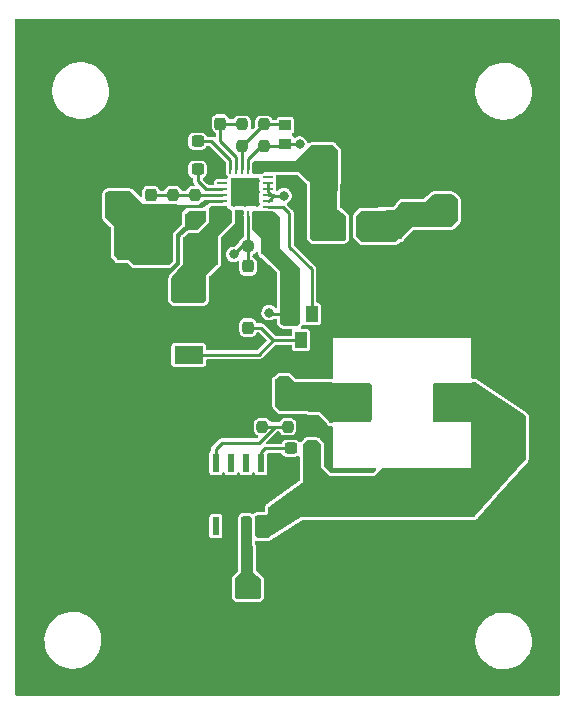
<source format=gbr>
%TF.GenerationSoftware,KiCad,Pcbnew,(6.0.6)*%
%TF.CreationDate,2022-12-02T12:37:59-05:00*%
%TF.ProjectId,SplitRail DC Power Supply,53706c69-7452-4616-996c-20444320506f,rev?*%
%TF.SameCoordinates,Original*%
%TF.FileFunction,Copper,L1,Top*%
%TF.FilePolarity,Positive*%
%FSLAX46Y46*%
G04 Gerber Fmt 4.6, Leading zero omitted, Abs format (unit mm)*
G04 Created by KiCad (PCBNEW (6.0.6)) date 2022-12-02 12:37:59*
%MOMM*%
%LPD*%
G01*
G04 APERTURE LIST*
G04 Aperture macros list*
%AMRoundRect*
0 Rectangle with rounded corners*
0 $1 Rounding radius*
0 $2 $3 $4 $5 $6 $7 $8 $9 X,Y pos of 4 corners*
0 Add a 4 corners polygon primitive as box body*
4,1,4,$2,$3,$4,$5,$6,$7,$8,$9,$2,$3,0*
0 Add four circle primitives for the rounded corners*
1,1,$1+$1,$2,$3*
1,1,$1+$1,$4,$5*
1,1,$1+$1,$6,$7*
1,1,$1+$1,$8,$9*
0 Add four rect primitives between the rounded corners*
20,1,$1+$1,$2,$3,$4,$5,0*
20,1,$1+$1,$4,$5,$6,$7,0*
20,1,$1+$1,$6,$7,$8,$9,0*
20,1,$1+$1,$8,$9,$2,$3,0*%
G04 Aperture macros list end*
%TA.AperFunction,ComponentPad*%
%ADD10R,1.700000X1.700000*%
%TD*%
%TA.AperFunction,ComponentPad*%
%ADD11O,1.700000X1.700000*%
%TD*%
%TA.AperFunction,SMDPad,CuDef*%
%ADD12RoundRect,0.237500X0.300000X0.237500X-0.300000X0.237500X-0.300000X-0.237500X0.300000X-0.237500X0*%
%TD*%
%TA.AperFunction,SMDPad,CuDef*%
%ADD13R,1.500000X2.400000*%
%TD*%
%TA.AperFunction,SMDPad,CuDef*%
%ADD14RoundRect,0.237500X0.237500X-0.300000X0.237500X0.300000X-0.237500X0.300000X-0.237500X-0.300000X0*%
%TD*%
%TA.AperFunction,SMDPad,CuDef*%
%ADD15RoundRect,0.237500X-0.237500X0.250000X-0.237500X-0.250000X0.237500X-0.250000X0.237500X0.250000X0*%
%TD*%
%TA.AperFunction,SMDPad,CuDef*%
%ADD16RoundRect,0.237500X0.250000X0.237500X-0.250000X0.237500X-0.250000X-0.237500X0.250000X-0.237500X0*%
%TD*%
%TA.AperFunction,SMDPad,CuDef*%
%ADD17R,0.980000X0.920000*%
%TD*%
%TA.AperFunction,SMDPad,CuDef*%
%ADD18RoundRect,0.225000X-0.250000X0.225000X-0.250000X-0.225000X0.250000X-0.225000X0.250000X0.225000X0*%
%TD*%
%TA.AperFunction,SMDPad,CuDef*%
%ADD19RoundRect,0.062500X0.062500X-0.325000X0.062500X0.325000X-0.062500X0.325000X-0.062500X-0.325000X0*%
%TD*%
%TA.AperFunction,SMDPad,CuDef*%
%ADD20RoundRect,0.062500X0.325000X-0.062500X0.325000X0.062500X-0.325000X0.062500X-0.325000X-0.062500X0*%
%TD*%
%TA.AperFunction,ComponentPad*%
%ADD21C,0.500000*%
%TD*%
%TA.AperFunction,SMDPad,CuDef*%
%ADD22R,2.450000X2.450000*%
%TD*%
%TA.AperFunction,SMDPad,CuDef*%
%ADD23R,1.000000X1.400000*%
%TD*%
%TA.AperFunction,SMDPad,CuDef*%
%ADD24RoundRect,0.225000X0.250000X-0.225000X0.250000X0.225000X-0.250000X0.225000X-0.250000X-0.225000X0*%
%TD*%
%TA.AperFunction,SMDPad,CuDef*%
%ADD25R,3.439000X3.254000*%
%TD*%
%TA.AperFunction,SMDPad,CuDef*%
%ADD26RoundRect,0.237500X0.237500X-0.250000X0.237500X0.250000X-0.237500X0.250000X-0.237500X-0.250000X0*%
%TD*%
%TA.AperFunction,SMDPad,CuDef*%
%ADD27R,3.300000X2.500000*%
%TD*%
%TA.AperFunction,SMDPad,CuDef*%
%ADD28R,0.920000X0.980000*%
%TD*%
%TA.AperFunction,SMDPad,CuDef*%
%ADD29R,2.500000X1.800000*%
%TD*%
%TA.AperFunction,SMDPad,CuDef*%
%ADD30R,0.600000X1.550000*%
%TD*%
%TA.AperFunction,SMDPad,CuDef*%
%ADD31R,3.100000X2.600000*%
%TD*%
%TA.AperFunction,ComponentPad*%
%ADD32C,0.600000*%
%TD*%
%TA.AperFunction,SMDPad,CuDef*%
%ADD33R,4.500000X2.950000*%
%TD*%
%TA.AperFunction,SMDPad,CuDef*%
%ADD34R,2.400000X1.500000*%
%TD*%
%TA.AperFunction,SMDPad,CuDef*%
%ADD35RoundRect,0.237500X-0.237500X0.300000X-0.237500X-0.300000X0.237500X-0.300000X0.237500X0.300000X0*%
%TD*%
%TA.AperFunction,SMDPad,CuDef*%
%ADD36RoundRect,0.225000X0.225000X0.250000X-0.225000X0.250000X-0.225000X-0.250000X0.225000X-0.250000X0*%
%TD*%
%TA.AperFunction,ViaPad*%
%ADD37C,0.800000*%
%TD*%
%TA.AperFunction,Conductor*%
%ADD38C,0.250000*%
%TD*%
G04 APERTURE END LIST*
D10*
%TO.P,J3,1,Pin_1*%
%TO.N,Net-(C10-2-Pad2)*%
X72561200Y-47294800D03*
D11*
%TO.P,J3,2,Pin_2*%
%TO.N,Earth*%
X72561200Y-44754800D03*
%TD*%
D12*
%TO.P,C7-2,1*%
%TO.N,Net-(C7-2-Pad1)*%
X51865700Y-41402000D03*
%TO.P,C7-2,2*%
%TO.N,Earth*%
X50140700Y-41402000D03*
%TD*%
D13*
%TO.P,L2-2,1,1*%
%TO.N,Net-(D2-Pad1)*%
X62242000Y-43180000D03*
%TO.P,L2-2,2,2*%
%TO.N,Earth*%
X67742000Y-43180000D03*
%TD*%
D14*
%TO.P,C8-2,1*%
%TO.N,Net-(C8-2-Pad1)*%
X53797200Y-39927700D03*
%TO.P,C8-2,2*%
%TO.N,Earth*%
X53797200Y-38202700D03*
%TD*%
D15*
%TO.P,R1-1,1*%
%TO.N,5V*%
X59486800Y-63755900D03*
%TO.P,R1-1,2*%
%TO.N,Net-(R1-1-Pad2)*%
X59486800Y-65580900D03*
%TD*%
D16*
%TO.P,R7-2,1*%
%TO.N,5V*%
X57960900Y-50292000D03*
%TO.P,R7-2,2*%
%TO.N,Net-(C3-2-Pad1)*%
X56135900Y-50292000D03*
%TD*%
D12*
%TO.P,C6-2,1*%
%TO.N,Net-(C6-2-Pad1)*%
X51865700Y-43789600D03*
%TO.P,C6-2,2*%
%TO.N,Earth*%
X50140700Y-43789600D03*
%TD*%
D17*
%TO.P,C10-2,1*%
%TO.N,Net-(C10-2-Pad1)*%
X59283600Y-40068200D03*
%TO.P,C10-2,2*%
%TO.N,Net-(C10-2-Pad2)*%
X59283600Y-41618200D03*
%TD*%
D10*
%TO.P,J1,1,Pin_1*%
%TO.N,Earth*%
X53589000Y-79197200D03*
D11*
%TO.P,J1,2,Pin_2*%
%TO.N,Net-(C1-1-Pad1)*%
X56129000Y-79197200D03*
%TD*%
D18*
%TO.P,C3-1,1*%
%TO.N,5V*%
X61671200Y-63741000D03*
%TO.P,C3-1,2*%
%TO.N,Earth*%
X61671200Y-65291000D03*
%TD*%
D14*
%TO.P,C9-2,1*%
%TO.N,Net-(C4-2-Pad1)*%
X47904400Y-47700100D03*
%TO.P,C9-2,2*%
%TO.N,Net-(C9-2-Pad2)*%
X47904400Y-45975100D03*
%TD*%
D19*
%TO.P,U2,1,INP*%
%TO.N,Net-(D1-Pad2)*%
X54630000Y-47707500D03*
%TO.P,U2,2,PGND*%
%TO.N,Earth*%
X55130000Y-47707500D03*
%TO.P,U2,3,PGND*%
X55630000Y-47707500D03*
%TO.P,U2,4,VIN*%
%TO.N,Net-(C3-2-Pad1)*%
X56130000Y-47707500D03*
%TO.P,U2,5,INN*%
%TO.N,5V*%
X56630000Y-47707500D03*
%TO.P,U2,6,INN*%
X57130000Y-47707500D03*
D20*
%TO.P,U2,7,BSW*%
%TO.N,Net-(Q1-Pad1)*%
X57867500Y-46970000D03*
%TO.P,U2,8,ENP*%
%TO.N,Net-(C3-2-Pad1)*%
X57867500Y-46470000D03*
%TO.P,U2,9,PSP*%
X57867500Y-45970000D03*
%TO.P,U2,10,ENN*%
X57867500Y-45470000D03*
%TO.P,U2,11,PSN*%
X57867500Y-44970000D03*
%TO.P,U2,12,NC*%
%TO.N,unconnected-(U2-Pad12)*%
X57867500Y-44470000D03*
D19*
%TO.P,U2,13,OUTN*%
%TO.N,Net-(D2-Pad1)*%
X57130000Y-43732500D03*
%TO.P,U2,14,OUTN*%
X56630000Y-43732500D03*
%TO.P,U2,15,VNEG*%
%TO.N,Net-(C10-2-Pad2)*%
X56130000Y-43732500D03*
%TO.P,U2,16,FBN*%
%TO.N,Net-(C10-2-Pad1)*%
X55630000Y-43732500D03*
%TO.P,U2,17,VREF*%
%TO.N,Net-(C8-2-Pad1)*%
X55130000Y-43732500D03*
%TO.P,U2,18,CN*%
%TO.N,Net-(C7-2-Pad1)*%
X54630000Y-43732500D03*
D20*
%TO.P,U2,19,AGND*%
%TO.N,Earth*%
X53892500Y-44470000D03*
%TO.P,U2,20,NC*%
%TO.N,unconnected-(U2-Pad20)*%
X53892500Y-44970000D03*
%TO.P,U2,21,CP*%
%TO.N,Net-(C6-2-Pad1)*%
X53892500Y-45470000D03*
%TO.P,U2,22,FBP*%
%TO.N,Net-(C9-2-Pad2)*%
X53892500Y-45970000D03*
%TO.P,U2,23,VPOS*%
%TO.N,Net-(C4-2-Pad1)*%
X53892500Y-46470000D03*
%TO.P,U2,24,INP*%
%TO.N,Net-(D1-Pad2)*%
X53892500Y-46970000D03*
D21*
%TO.P,U2,25,EP*%
%TO.N,unconnected-(U2-Pad25)*%
X54905000Y-44745000D03*
D22*
X55880000Y-45720000D03*
D21*
X56855000Y-44745000D03*
X54905000Y-46695000D03*
X55880000Y-46695000D03*
X54905000Y-45720000D03*
X56855000Y-46695000D03*
X55880000Y-45720000D03*
X55880000Y-44745000D03*
X56855000Y-45720000D03*
%TD*%
D15*
%TO.P,R2-2,1*%
%TO.N,Net-(C9-2-Pad2)*%
X51612800Y-45975900D03*
%TO.P,R2-2,2*%
%TO.N,Earth*%
X51612800Y-47800900D03*
%TD*%
D14*
%TO.P,C1-2,1*%
%TO.N,Net-(C1-2-Pad1)*%
X56134000Y-57199700D03*
%TO.P,C1-2,2*%
%TO.N,Earth*%
X56134000Y-55474700D03*
%TD*%
D23*
%TO.P,Q1,1,G*%
%TO.N,Net-(Q1-Pad1)*%
X61554400Y-56050000D03*
%TO.P,Q1,2,S*%
%TO.N,5V*%
X59654400Y-56050000D03*
%TO.P,Q1,3,D*%
%TO.N,Net-(C1-2-Pad1)*%
X60604400Y-58250000D03*
%TD*%
D24*
%TO.P,C5-2,1*%
%TO.N,Net-(C10-2-Pad2)*%
X69665600Y-47307800D03*
%TO.P,C5-2,2*%
%TO.N,Earth*%
X69665600Y-45757800D03*
%TD*%
D15*
%TO.P,R4-2,1*%
%TO.N,Net-(C8-2-Pad1)*%
X55626000Y-39981500D03*
%TO.P,R4-2,2*%
%TO.N,Net-(C10-2-Pad1)*%
X55626000Y-41806500D03*
%TD*%
D25*
%TO.P,L1-1,1*%
%TO.N,Net-(C2-1-Pad1)*%
X73502600Y-63550800D03*
%TO.P,L1-1,2*%
%TO.N,5V*%
X64876600Y-63550800D03*
%TD*%
D26*
%TO.P,R1-2,1*%
%TO.N,Net-(C4-2-Pad1)*%
X49784000Y-47800900D03*
%TO.P,R1-2,2*%
%TO.N,Net-(C9-2-Pad2)*%
X49784000Y-45975900D03*
%TD*%
D27*
%TO.P,D2-1,1,K*%
%TO.N,Net-(C2-1-Pad1)*%
X63449200Y-71272400D03*
%TO.P,D2-1,2,A*%
%TO.N,Earth*%
X63449200Y-78072400D03*
%TD*%
D26*
%TO.P,R2-1,1*%
%TO.N,Net-(R1-1-Pad2)*%
X57353200Y-65580900D03*
%TO.P,R2-1,2*%
%TO.N,Earth*%
X57353200Y-63755900D03*
%TD*%
D28*
%TO.P,C1-1,1*%
%TO.N,Net-(C1-1-Pad1)*%
X56096200Y-76454000D03*
%TO.P,C1-1,2*%
%TO.N,Earth*%
X54546200Y-76454000D03*
%TD*%
D29*
%TO.P,D2,1,K*%
%TO.N,Net-(D2-Pad1)*%
X63042800Y-48615600D03*
%TO.P,D2,2,A*%
%TO.N,Net-(C10-2-Pad2)*%
X67042800Y-48615600D03*
%TD*%
D30*
%TO.P,U1,1,BOOT*%
%TO.N,Net-(C2-1-Pad2)*%
X57226200Y-68623200D03*
%TO.P,U1,2,NC*%
%TO.N,unconnected-(U1-Pad2)*%
X55956200Y-68623200D03*
%TO.P,U1,3,NC*%
%TO.N,unconnected-(U1-Pad3)*%
X54686200Y-68623200D03*
%TO.P,U1,4,VSENSE*%
%TO.N,Net-(R1-1-Pad2)*%
X53416200Y-68623200D03*
%TO.P,U1,5,EN*%
%TO.N,unconnected-(U1-Pad5)*%
X53416200Y-74023200D03*
%TO.P,U1,6,GND*%
%TO.N,Earth*%
X54686200Y-74023200D03*
%TO.P,U1,7,VIN*%
%TO.N,Net-(C1-1-Pad1)*%
X55956200Y-74023200D03*
%TO.P,U1,8,PH*%
%TO.N,Net-(C2-1-Pad1)*%
X57226200Y-74023200D03*
D31*
%TO.P,U1,9,GNDPAD*%
%TO.N,Earth*%
X55321200Y-71323200D03*
D32*
X53521200Y-71923200D03*
X54621200Y-70723200D03*
X53521200Y-70723200D03*
X57121200Y-70723200D03*
D33*
X55321200Y-71323200D03*
D32*
X55921200Y-71923200D03*
X57121200Y-71923200D03*
X54621200Y-71923200D03*
X55921200Y-70723200D03*
%TD*%
D34*
%TO.P,L1-2,1,1*%
%TO.N,Net-(C1-2-Pad1)*%
X51104800Y-59493600D03*
%TO.P,L1-2,2,2*%
%TO.N,Net-(D1-Pad2)*%
X51104800Y-53993600D03*
%TD*%
D26*
%TO.P,R3-2,1*%
%TO.N,Net-(C10-2-Pad2)*%
X57454800Y-41806500D03*
%TO.P,R3-2,2*%
%TO.N,Net-(C10-2-Pad1)*%
X57454800Y-39981500D03*
%TD*%
D12*
%TO.P,C2-2,1*%
%TO.N,5V*%
X59587300Y-53797200D03*
%TO.P,C2-2,2*%
%TO.N,Earth*%
X57862300Y-53797200D03*
%TD*%
D35*
%TO.P,C3-2,1*%
%TO.N,Net-(C3-2-Pad1)*%
X56134000Y-52020300D03*
%TO.P,C3-2,2*%
%TO.N,Earth*%
X56134000Y-53745300D03*
%TD*%
D10*
%TO.P,J2,1,Pin_1*%
%TO.N,Net-(C4-2-Pad1)*%
X45212000Y-46741000D03*
D11*
%TO.P,J2,2,Pin_2*%
%TO.N,Earth*%
X45212000Y-44201000D03*
%TD*%
D12*
%TO.P,C2-1,1*%
%TO.N,Net-(C2-1-Pad1)*%
X61466900Y-67411600D03*
%TO.P,C2-1,2*%
%TO.N,Net-(C2-1-Pad2)*%
X59741900Y-67411600D03*
%TD*%
D36*
%TO.P,C4-2,1*%
%TO.N,Net-(C4-2-Pad1)*%
X45580600Y-50749200D03*
%TO.P,C4-2,2*%
%TO.N,Earth*%
X44030600Y-50749200D03*
%TD*%
D29*
%TO.P,D1,1,K*%
%TO.N,Net-(C4-2-Pad1)*%
X48139600Y-50698400D03*
%TO.P,D1,2,A*%
%TO.N,Net-(D1-Pad2)*%
X52139600Y-50698400D03*
%TD*%
D37*
%TO.N,Earth*%
X74066400Y-75285600D03*
X79400400Y-75285600D03*
X75844400Y-75285600D03*
X75844400Y-76758800D03*
X74066400Y-76758800D03*
X77622400Y-75285600D03*
X79400400Y-76758800D03*
X77622400Y-76758800D03*
X67513200Y-75285600D03*
X72847200Y-75285600D03*
X69291200Y-75285600D03*
X69291200Y-76758800D03*
X67513200Y-76758800D03*
X71069200Y-75285600D03*
X72847200Y-76758800D03*
X71069200Y-76758800D03*
X67513200Y-77927200D03*
X72847200Y-77927200D03*
X69291200Y-77927200D03*
X69291200Y-79400400D03*
X67513200Y-79400400D03*
X71069200Y-77927200D03*
X72847200Y-79400400D03*
X71069200Y-79400400D03*
X67513200Y-80721200D03*
X72847200Y-80721200D03*
X69291200Y-80721200D03*
X69291200Y-82194400D03*
X67513200Y-82194400D03*
X71069200Y-80721200D03*
X72847200Y-82194400D03*
X71069200Y-82194400D03*
X60807600Y-83413600D03*
X66141600Y-83413600D03*
X62585600Y-83413600D03*
X62585600Y-84886800D03*
X60807600Y-84886800D03*
X64363600Y-83413600D03*
X66141600Y-84886800D03*
X64363600Y-84886800D03*
X60807600Y-80721200D03*
X66141600Y-80721200D03*
X62585600Y-80721200D03*
X62585600Y-82194400D03*
X60807600Y-82194400D03*
X64363600Y-80721200D03*
X66141600Y-82194400D03*
X64363600Y-82194400D03*
X51816000Y-66649600D03*
X51816000Y-61315600D03*
X51816000Y-64871600D03*
X53289200Y-64871600D03*
X51816000Y-63093600D03*
X53289200Y-61315600D03*
X53289200Y-63093600D03*
X49022000Y-66649600D03*
X49022000Y-61315600D03*
X49022000Y-64871600D03*
X50495200Y-64871600D03*
X50495200Y-66649600D03*
X49022000Y-63093600D03*
X50495200Y-61315600D03*
X50495200Y-63093600D03*
X46177200Y-66649600D03*
X46177200Y-61315600D03*
X46177200Y-64871600D03*
X47650400Y-64871600D03*
X47650400Y-66649600D03*
X46177200Y-63093600D03*
X47650400Y-61315600D03*
X47650400Y-63093600D03*
X37846000Y-48209200D03*
X37846000Y-42875200D03*
X37846000Y-46431200D03*
X39319200Y-46431200D03*
X39319200Y-48209200D03*
X37846000Y-44653200D03*
X39319200Y-42875200D03*
X39319200Y-44653200D03*
X40690800Y-48209200D03*
X40690800Y-42875200D03*
X40690800Y-46431200D03*
X42164000Y-46431200D03*
X42164000Y-48209200D03*
X40690800Y-44653200D03*
X42164000Y-42875200D03*
X42164000Y-44653200D03*
X47193200Y-35001200D03*
X52527200Y-35001200D03*
X48971200Y-35001200D03*
X48971200Y-36474400D03*
X47193200Y-36474400D03*
X50749200Y-35001200D03*
X52527200Y-36474400D03*
X50749200Y-36474400D03*
X47193200Y-32308800D03*
X52527200Y-32308800D03*
X48971200Y-32308800D03*
X48971200Y-33782000D03*
X47193200Y-33782000D03*
X50749200Y-32308800D03*
X52527200Y-33782000D03*
X50749200Y-33782000D03*
X53797200Y-32308800D03*
X59131200Y-32308800D03*
X55575200Y-32308800D03*
X55575200Y-33782000D03*
X53797200Y-33782000D03*
X57353200Y-32308800D03*
X59131200Y-33782000D03*
X57353200Y-33782000D03*
X60706000Y-32308800D03*
X66040000Y-32308800D03*
X62484000Y-32308800D03*
X62484000Y-33782000D03*
X60706000Y-33782000D03*
X64262000Y-32308800D03*
X66040000Y-33782000D03*
X64262000Y-33782000D03*
X67411600Y-32308800D03*
X72745600Y-32308800D03*
X69189600Y-32308800D03*
X69189600Y-33782000D03*
X67411600Y-33782000D03*
X70967600Y-32308800D03*
X72745600Y-33782000D03*
X70967600Y-33782000D03*
X67411600Y-37642800D03*
X72745600Y-37642800D03*
X69189600Y-37642800D03*
X69189600Y-39116000D03*
X67411600Y-39116000D03*
X70967600Y-37642800D03*
X72745600Y-39116000D03*
X70967600Y-39116000D03*
X60655200Y-37592000D03*
X65989200Y-37592000D03*
X62433200Y-37592000D03*
X62433200Y-39065200D03*
X60655200Y-39065200D03*
X64211200Y-37592000D03*
X65989200Y-39065200D03*
X64211200Y-39065200D03*
X67411600Y-35001200D03*
X72745600Y-35001200D03*
X69189600Y-35001200D03*
X69189600Y-36474400D03*
X67411600Y-36474400D03*
X70967600Y-35001200D03*
X72745600Y-36474400D03*
X70967600Y-36474400D03*
X60655200Y-35001200D03*
X65989200Y-35001200D03*
X62433200Y-35001200D03*
X62433200Y-36474400D03*
X60655200Y-36474400D03*
X64211200Y-35001200D03*
X65989200Y-36474400D03*
X64211200Y-36474400D03*
X53797200Y-35001200D03*
X59131200Y-35001200D03*
X55575200Y-35001200D03*
X55575200Y-36474400D03*
X53797200Y-36474400D03*
X57353200Y-35001200D03*
X59131200Y-36474400D03*
X57353200Y-36474400D03*
X75793600Y-42062400D03*
X81127600Y-42062400D03*
X77571600Y-42062400D03*
X77571600Y-43535600D03*
X75793600Y-43535600D03*
X79349600Y-42062400D03*
X81127600Y-43535600D03*
X79349600Y-43535600D03*
X75844400Y-55778400D03*
X81178400Y-55778400D03*
X77622400Y-55778400D03*
X77622400Y-57251600D03*
X75844400Y-57251600D03*
X79400400Y-55778400D03*
X81178400Y-57251600D03*
X79400400Y-57251600D03*
X69138800Y-55778400D03*
X74472800Y-55778400D03*
X70916800Y-55778400D03*
X70916800Y-57251600D03*
X69138800Y-57251600D03*
X72694800Y-55778400D03*
X74472800Y-57251600D03*
X72694800Y-57251600D03*
X62636400Y-53035200D03*
X67970400Y-53035200D03*
X64414400Y-53035200D03*
X64414400Y-54508400D03*
X62636400Y-54508400D03*
X66192400Y-53035200D03*
X67970400Y-54508400D03*
X66192400Y-54508400D03*
X69138800Y-53035200D03*
X74472800Y-53035200D03*
X70916800Y-53035200D03*
X70916800Y-54508400D03*
X69138800Y-54508400D03*
X72694800Y-53035200D03*
X74472800Y-54508400D03*
X72694800Y-54508400D03*
X69138800Y-50342800D03*
X74472800Y-50342800D03*
X70916800Y-50342800D03*
X70916800Y-51816000D03*
X69138800Y-51816000D03*
X72694800Y-50342800D03*
X74472800Y-51816000D03*
X72694800Y-51816000D03*
X75793600Y-53035200D03*
X81127600Y-53035200D03*
X77571600Y-53035200D03*
X77571600Y-54508400D03*
X75793600Y-54508400D03*
X79349600Y-53035200D03*
X81127600Y-54508400D03*
X79349600Y-54508400D03*
X75793600Y-50342800D03*
X81127600Y-50342800D03*
X77571600Y-50342800D03*
X77571600Y-51816000D03*
X75793600Y-51816000D03*
X79349600Y-50342800D03*
X81127600Y-51816000D03*
X79349600Y-51816000D03*
X75793600Y-47548800D03*
X81127600Y-47548800D03*
X77571600Y-47548800D03*
X77571600Y-49022000D03*
X75793600Y-49022000D03*
X79349600Y-47548800D03*
X81127600Y-49022000D03*
X79349600Y-49022000D03*
X75793600Y-46177200D03*
X81127600Y-46177200D03*
X77571600Y-46177200D03*
X79349600Y-46177200D03*
X81127600Y-44704000D03*
X79349600Y-44704000D03*
X77571600Y-44704000D03*
X75793600Y-44704000D03*
%TO.N,5V*%
X57912000Y-55930800D03*
X59182000Y-61823600D03*
%TO.N,Net-(C3-2-Pad1)*%
X54914800Y-51003200D03*
X59182000Y-46024800D03*
%TO.N,Net-(C10-2-Pad2)*%
X60502800Y-41656000D03*
X69157600Y-48666400D03*
%TD*%
D38*
%TO.N,Earth*%
X53797200Y-38202700D02*
X53797200Y-38252400D01*
X51612800Y-47800900D02*
X51612800Y-48158400D01*
%TO.N,Net-(C1-2-Pad1)*%
X57234900Y-57199700D02*
X56134000Y-57199700D01*
X57041600Y-59493600D02*
X58285200Y-58250000D01*
X58285200Y-58250000D02*
X60604400Y-58250000D01*
X58285200Y-58250000D02*
X57234900Y-57199700D01*
X51104800Y-59493600D02*
X57041600Y-59493600D01*
%TO.N,Net-(C2-1-Pad2)*%
X57556400Y-67411600D02*
X57226200Y-67741800D01*
X59741900Y-67411600D02*
X57556400Y-67411600D01*
X57226200Y-67741800D02*
X57226200Y-68623200D01*
%TO.N,5V*%
X59501700Y-63741000D02*
X59486800Y-63755900D01*
X59654400Y-56050000D02*
X58031200Y-56050000D01*
X58031200Y-56050000D02*
X57912000Y-55930800D01*
X61861400Y-63550800D02*
X61671200Y-63741000D01*
X59484400Y-55880000D02*
X59654400Y-56050000D01*
%TO.N,Net-(C3-2-Pad1)*%
X58257900Y-45970000D02*
X58312700Y-46024800D01*
X57867500Y-45726300D02*
X58166000Y-46024800D01*
X56134000Y-52020300D02*
X56134000Y-50293900D01*
X57867500Y-44970000D02*
X57867500Y-45470000D01*
X57867500Y-45970000D02*
X58257900Y-45970000D01*
X56135900Y-47713400D02*
X56130000Y-47707500D01*
X56135900Y-50292000D02*
X55626000Y-50292000D01*
X58318400Y-46024800D02*
X58312700Y-46024800D01*
X58312700Y-46024800D02*
X57867500Y-46470000D01*
X57867500Y-45470000D02*
X57867500Y-45726300D01*
X56134000Y-50293900D02*
X56135900Y-50292000D01*
X58166000Y-46024800D02*
X58318400Y-46024800D01*
X55626000Y-50292000D02*
X54914800Y-51003200D01*
X59182000Y-46024800D02*
X58318400Y-46024800D01*
X56135900Y-50292000D02*
X56135900Y-47713400D01*
%TO.N,Net-(C4-2-Pad1)*%
X52539200Y-46470000D02*
X52120800Y-46888400D01*
X45580600Y-50749200D02*
X45631400Y-50698400D01*
X53892500Y-46470000D02*
X52539200Y-46470000D01*
%TO.N,Net-(C6-2-Pad1)*%
X52582000Y-45470000D02*
X53892500Y-45470000D01*
X51865700Y-43789600D02*
X51865700Y-44753700D01*
X51865700Y-44753700D02*
X52582000Y-45470000D01*
%TO.N,Net-(C7-2-Pad1)*%
X54630000Y-42996800D02*
X54630000Y-43732500D01*
X51865700Y-41402000D02*
X53035200Y-41402000D01*
X53035200Y-41402000D02*
X54630000Y-42996800D01*
%TO.N,Net-(C8-2-Pad1)*%
X55130000Y-42734800D02*
X55130000Y-43732500D01*
X53797200Y-39927700D02*
X53797200Y-41402000D01*
X55572200Y-39927700D02*
X55626000Y-39981500D01*
X53797200Y-41402000D02*
X55130000Y-42734800D01*
X53797200Y-39927700D02*
X55572200Y-39927700D01*
%TO.N,Net-(C9-2-Pad2)*%
X47904400Y-45975100D02*
X49783200Y-45975100D01*
X49783200Y-45975100D02*
X49784000Y-45975900D01*
X53886600Y-45975900D02*
X53892500Y-45970000D01*
X51612800Y-45975900D02*
X53886600Y-45975900D01*
X49784000Y-45975900D02*
X51612800Y-45975900D01*
%TO.N,Net-(C10-2-Pad1)*%
X55626000Y-43728500D02*
X55626000Y-41806500D01*
X57454800Y-39981500D02*
X59196900Y-39981500D01*
X55626000Y-43728500D02*
X55630000Y-43732500D01*
X55626000Y-41806500D02*
X55629800Y-41806500D01*
X59196900Y-39981500D02*
X59283600Y-40068200D01*
X55629800Y-41806500D02*
X57454800Y-39981500D01*
%TO.N,Net-(Q1-Pad1)*%
X61554400Y-56050000D02*
X61554400Y-52258000D01*
X59639200Y-50342800D02*
X59639200Y-47498000D01*
X59639200Y-47498000D02*
X59111200Y-46970000D01*
X61554400Y-52258000D02*
X59639200Y-50342800D01*
X59111200Y-46970000D02*
X57867500Y-46970000D01*
%TO.N,Net-(R1-1-Pad2)*%
X57048400Y-66954400D02*
X53898800Y-66954400D01*
X53416200Y-67487800D02*
X53416200Y-68623200D01*
X58421900Y-65580900D02*
X57048400Y-66954400D01*
X53898800Y-66954400D02*
X53390800Y-67462400D01*
X58421900Y-65580900D02*
X57353200Y-65580900D01*
X53390800Y-67462400D02*
X53416200Y-67487800D01*
X59486800Y-65580900D02*
X58421900Y-65580900D01*
%TO.N,Net-(C10-2-Pad2)*%
X59095300Y-41806500D02*
X59283600Y-41618200D01*
X56130000Y-42879200D02*
X56130000Y-43732500D01*
X57202700Y-41806500D02*
X56130000Y-42879200D01*
X57454800Y-41806500D02*
X59095300Y-41806500D01*
X60465000Y-41618200D02*
X60502800Y-41656000D01*
X57454800Y-41806500D02*
X57202700Y-41806500D01*
X59283600Y-41618200D02*
X60465000Y-41618200D01*
%TD*%
%TA.AperFunction,Conductor*%
%TO.N,5V*%
G36*
X59604331Y-61284802D02*
G01*
X59625305Y-61301705D01*
X60147200Y-61823600D01*
X63221176Y-61823600D01*
X63289297Y-61843602D01*
X63335790Y-61897258D01*
X63339600Y-61907473D01*
X63339600Y-61923800D01*
X66470100Y-61923800D01*
X66538221Y-61943802D01*
X66584714Y-61997458D01*
X66596100Y-62049800D01*
X66596100Y-64923710D01*
X66576098Y-64991831D01*
X66559195Y-65012805D01*
X66431105Y-65140895D01*
X66368793Y-65174921D01*
X66342010Y-65177800D01*
X63339600Y-65177800D01*
X63339600Y-65185594D01*
X63336933Y-65188672D01*
X63308307Y-65241096D01*
X63245995Y-65275121D01*
X63219212Y-65278000D01*
X63101597Y-65278000D01*
X63033476Y-65257998D01*
X63005031Y-65232939D01*
X62956402Y-65174921D01*
X62233848Y-64312859D01*
X62224428Y-64312716D01*
X60310120Y-64283712D01*
X58927564Y-64262764D01*
X58859755Y-64241732D01*
X58846150Y-64231293D01*
X58461818Y-63892467D01*
X58423948Y-63832416D01*
X58419157Y-63799858D01*
X58404763Y-62848003D01*
X58404805Y-62842351D01*
X58429836Y-62000958D01*
X58429836Y-62000948D01*
X58429885Y-61999302D01*
X58421373Y-61629300D01*
X58439803Y-61560738D01*
X58465340Y-61530737D01*
X58740210Y-61295134D01*
X58804949Y-61265988D01*
X58822210Y-61264800D01*
X59536210Y-61264800D01*
X59604331Y-61284802D01*
G37*
%TD.AperFunction*%
%TD*%
%TA.AperFunction,Conductor*%
%TO.N,Net-(C10-2-Pad2)*%
G36*
X73444570Y-45943202D02*
G01*
X73460739Y-45955545D01*
X73891090Y-46342861D01*
X73928343Y-46403299D01*
X73932800Y-46436516D01*
X73932800Y-48055410D01*
X73912798Y-48123531D01*
X73895895Y-48144505D01*
X73410905Y-48629495D01*
X73348593Y-48663521D01*
X73321810Y-48666400D01*
X70021200Y-48666400D01*
X70014889Y-48673572D01*
X70014888Y-48673572D01*
X69156156Y-49649404D01*
X69096138Y-49687329D01*
X69076046Y-49691330D01*
X69071077Y-49691905D01*
X69063484Y-49691865D01*
X69056104Y-49693637D01*
X69056102Y-49693637D01*
X68917767Y-49726848D01*
X68917763Y-49726849D01*
X68910388Y-49728620D01*
X68770479Y-49800832D01*
X68764757Y-49805824D01*
X68764755Y-49805825D01*
X68651834Y-49904333D01*
X68649834Y-49902040D01*
X68601268Y-49931953D01*
X68568090Y-49936400D01*
X65806190Y-49936400D01*
X65738069Y-49916398D01*
X65717095Y-49899495D01*
X65282905Y-49465305D01*
X65248879Y-49402993D01*
X65246000Y-49376210D01*
X65246000Y-47851151D01*
X65266002Y-47783030D01*
X65278345Y-47766861D01*
X65666245Y-47335861D01*
X65726683Y-47298608D01*
X65758437Y-47294159D01*
X66958980Y-47280223D01*
X68560040Y-47261637D01*
X69119793Y-46578913D01*
X69178451Y-46538916D01*
X69217230Y-46532800D01*
X71138800Y-46532800D01*
X71763001Y-45956615D01*
X71826622Y-45925107D01*
X71848463Y-45923200D01*
X73376449Y-45923200D01*
X73444570Y-45943202D01*
G37*
%TD.AperFunction*%
%TD*%
%TA.AperFunction,Conductor*%
%TO.N,Earth*%
G36*
X82495621Y-31055302D02*
G01*
X82542114Y-31108958D01*
X82553500Y-31161300D01*
X82553500Y-88218700D01*
X82533498Y-88286821D01*
X82479842Y-88333314D01*
X82427500Y-88344700D01*
X36546100Y-88344700D01*
X36477979Y-88324698D01*
X36431486Y-88271042D01*
X36420100Y-88218700D01*
X36420100Y-83566871D01*
X38897068Y-83566871D01*
X38897155Y-83570873D01*
X38897155Y-83570880D01*
X38902572Y-83819129D01*
X38903749Y-83873065D01*
X38949283Y-84175930D01*
X38950379Y-84179790D01*
X38950380Y-84179795D01*
X38963706Y-84226730D01*
X39032931Y-84470553D01*
X39153337Y-84752160D01*
X39308549Y-85016185D01*
X39496051Y-85258347D01*
X39712804Y-85474722D01*
X39715985Y-85477176D01*
X39715986Y-85477177D01*
X39952101Y-85659339D01*
X39952105Y-85659342D01*
X39955294Y-85661802D01*
X39958773Y-85663839D01*
X40135579Y-85767363D01*
X40219589Y-85816553D01*
X40223274Y-85818121D01*
X40223278Y-85818123D01*
X40334211Y-85865325D01*
X40501406Y-85936467D01*
X40796175Y-86019601D01*
X41016738Y-86052368D01*
X41095819Y-86064116D01*
X41095821Y-86064116D01*
X41099118Y-86064606D01*
X41102449Y-86064746D01*
X41102453Y-86064746D01*
X41139137Y-86066283D01*
X41182484Y-86068100D01*
X41377874Y-86068100D01*
X41501315Y-86060226D01*
X41602039Y-86053801D01*
X41602044Y-86053800D01*
X41606047Y-86053545D01*
X41609984Y-86052783D01*
X41609986Y-86052783D01*
X41902801Y-85996130D01*
X41902805Y-85996129D01*
X41906738Y-85995368D01*
X42197600Y-85899456D01*
X42473918Y-85767363D01*
X42731212Y-85601231D01*
X42965310Y-85403752D01*
X43172419Y-85178129D01*
X43349180Y-84928018D01*
X43492728Y-84657474D01*
X43494144Y-84653717D01*
X43599319Y-84374644D01*
X43599321Y-84374638D01*
X43600736Y-84370883D01*
X43635887Y-84222763D01*
X43670524Y-84076807D01*
X43670525Y-84076802D01*
X43671453Y-84072891D01*
X43703732Y-83768329D01*
X43700533Y-83621680D01*
X43700446Y-83617671D01*
X75371468Y-83617671D01*
X75371555Y-83621673D01*
X75371555Y-83621680D01*
X75377127Y-83877036D01*
X75378149Y-83923865D01*
X75423683Y-84226730D01*
X75507331Y-84521353D01*
X75627737Y-84802960D01*
X75782949Y-85066985D01*
X75970451Y-85309147D01*
X76187204Y-85525522D01*
X76190385Y-85527976D01*
X76190386Y-85527977D01*
X76426501Y-85710139D01*
X76426505Y-85710142D01*
X76429694Y-85712602D01*
X76433173Y-85714639D01*
X76609979Y-85818163D01*
X76693989Y-85867353D01*
X76697674Y-85868921D01*
X76697678Y-85868923D01*
X76834897Y-85927310D01*
X76975806Y-85987267D01*
X77270575Y-86070401D01*
X77491138Y-86103168D01*
X77570219Y-86114916D01*
X77570221Y-86114916D01*
X77573518Y-86115406D01*
X77576849Y-86115546D01*
X77576853Y-86115546D01*
X77613537Y-86117083D01*
X77656884Y-86118900D01*
X77852274Y-86118900D01*
X77975715Y-86111026D01*
X78076439Y-86104601D01*
X78076444Y-86104600D01*
X78080447Y-86104345D01*
X78084384Y-86103583D01*
X78084386Y-86103583D01*
X78377201Y-86046930D01*
X78377205Y-86046929D01*
X78381138Y-86046168D01*
X78672000Y-85950256D01*
X78948318Y-85818163D01*
X79205612Y-85652031D01*
X79439710Y-85454552D01*
X79646819Y-85228929D01*
X79680631Y-85181087D01*
X79794929Y-85019358D01*
X79823580Y-84978818D01*
X79967128Y-84708274D01*
X80036180Y-84525051D01*
X80073719Y-84425444D01*
X80073721Y-84425438D01*
X80075136Y-84421683D01*
X80089449Y-84361369D01*
X80144924Y-84127607D01*
X80144925Y-84127602D01*
X80145853Y-84123691D01*
X80178132Y-83819129D01*
X80176937Y-83764320D01*
X80171539Y-83516952D01*
X80171539Y-83516947D01*
X80171451Y-83512935D01*
X80125917Y-83210070D01*
X80112621Y-83163237D01*
X80043368Y-82919319D01*
X80042269Y-82915447D01*
X79921863Y-82633840D01*
X79766651Y-82369815D01*
X79579149Y-82127653D01*
X79362396Y-81911278D01*
X79293368Y-81858023D01*
X79123099Y-81726661D01*
X79123095Y-81726658D01*
X79119906Y-81724198D01*
X78943338Y-81620813D01*
X78859075Y-81571475D01*
X78859072Y-81571473D01*
X78855611Y-81569447D01*
X78851926Y-81567879D01*
X78851922Y-81567877D01*
X78664851Y-81488278D01*
X78573794Y-81449533D01*
X78279025Y-81366399D01*
X78048814Y-81332199D01*
X77979381Y-81321884D01*
X77979379Y-81321884D01*
X77976082Y-81321394D01*
X77972751Y-81321254D01*
X77972747Y-81321254D01*
X77936063Y-81319717D01*
X77892716Y-81317900D01*
X77697326Y-81317900D01*
X77573885Y-81325774D01*
X77473161Y-81332199D01*
X77473156Y-81332200D01*
X77469153Y-81332455D01*
X77465216Y-81333217D01*
X77465214Y-81333217D01*
X77172399Y-81389870D01*
X77172395Y-81389871D01*
X77168462Y-81390632D01*
X76877600Y-81486544D01*
X76601282Y-81618637D01*
X76343988Y-81784769D01*
X76109890Y-81982248D01*
X75902781Y-82207871D01*
X75726020Y-82457982D01*
X75582472Y-82728526D01*
X75581057Y-82732282D01*
X75581056Y-82732283D01*
X75492134Y-82968232D01*
X75474464Y-83015117D01*
X75473535Y-83019032D01*
X75414853Y-83266311D01*
X75403747Y-83313109D01*
X75371468Y-83617671D01*
X43700446Y-83617671D01*
X43697139Y-83466152D01*
X43697139Y-83466147D01*
X43697051Y-83462135D01*
X43651517Y-83159270D01*
X43567869Y-82864647D01*
X43447463Y-82583040D01*
X43292251Y-82319015D01*
X43104749Y-82076853D01*
X42887996Y-81860478D01*
X42884814Y-81858023D01*
X42648699Y-81675861D01*
X42648695Y-81675858D01*
X42645506Y-81673398D01*
X42549027Y-81616907D01*
X42384675Y-81520675D01*
X42384672Y-81520673D01*
X42381211Y-81518647D01*
X42377526Y-81517079D01*
X42377522Y-81517077D01*
X42190451Y-81437478D01*
X42099394Y-81398733D01*
X41804625Y-81315599D01*
X41574414Y-81281399D01*
X41504981Y-81271084D01*
X41504979Y-81271084D01*
X41501682Y-81270594D01*
X41498351Y-81270454D01*
X41498347Y-81270454D01*
X41461663Y-81268917D01*
X41418316Y-81267100D01*
X41222926Y-81267100D01*
X41099485Y-81274974D01*
X40998761Y-81281399D01*
X40998756Y-81281400D01*
X40994753Y-81281655D01*
X40990816Y-81282417D01*
X40990814Y-81282417D01*
X40697999Y-81339070D01*
X40697995Y-81339071D01*
X40694062Y-81339832D01*
X40403200Y-81435744D01*
X40126882Y-81567837D01*
X39869588Y-81733969D01*
X39635490Y-81931448D01*
X39428381Y-82157071D01*
X39426067Y-82160346D01*
X39426064Y-82160349D01*
X39392479Y-82207871D01*
X39251620Y-82407182D01*
X39108072Y-82677726D01*
X39106657Y-82681482D01*
X39106656Y-82681483D01*
X39018482Y-82915447D01*
X39000064Y-82964317D01*
X38999135Y-82968232D01*
X38940803Y-83214037D01*
X38929347Y-83262309D01*
X38897068Y-83566871D01*
X36420100Y-83566871D01*
X36420100Y-74822874D01*
X52865700Y-74822874D01*
X52880234Y-74895940D01*
X52935599Y-74978801D01*
X53018460Y-75034166D01*
X53091526Y-75048700D01*
X53740874Y-75048700D01*
X53813940Y-75034166D01*
X53896801Y-74978801D01*
X53952166Y-74895940D01*
X53966700Y-74822874D01*
X53966700Y-73223526D01*
X53952166Y-73150460D01*
X53896801Y-73067599D01*
X53813940Y-73012234D01*
X53740874Y-72997700D01*
X53091526Y-72997700D01*
X53018460Y-73012234D01*
X52935599Y-73067599D01*
X52880234Y-73150460D01*
X52865700Y-73223526D01*
X52865700Y-74822874D01*
X36420100Y-74822874D01*
X36420100Y-69422874D01*
X52865700Y-69422874D01*
X52880234Y-69495940D01*
X52935599Y-69578801D01*
X53018460Y-69634166D01*
X53091526Y-69648700D01*
X53740874Y-69648700D01*
X53813940Y-69634166D01*
X53896801Y-69578801D01*
X53903694Y-69568485D01*
X53946434Y-69504519D01*
X54000911Y-69458991D01*
X54071354Y-69450142D01*
X54135398Y-69480783D01*
X54155966Y-69504519D01*
X54198706Y-69568485D01*
X54205599Y-69578801D01*
X54288460Y-69634166D01*
X54361526Y-69648700D01*
X55010874Y-69648700D01*
X55083940Y-69634166D01*
X55166801Y-69578801D01*
X55173694Y-69568485D01*
X55216434Y-69504519D01*
X55270911Y-69458991D01*
X55341354Y-69450142D01*
X55405398Y-69480783D01*
X55425966Y-69504519D01*
X55468706Y-69568485D01*
X55475599Y-69578801D01*
X55558460Y-69634166D01*
X55631526Y-69648700D01*
X56280874Y-69648700D01*
X56353940Y-69634166D01*
X56436801Y-69578801D01*
X56443694Y-69568485D01*
X56486434Y-69504519D01*
X56540911Y-69458991D01*
X56611354Y-69450142D01*
X56675398Y-69480783D01*
X56695966Y-69504519D01*
X56738706Y-69568485D01*
X56745599Y-69578801D01*
X56828460Y-69634166D01*
X56901526Y-69648700D01*
X57550874Y-69648700D01*
X57623940Y-69634166D01*
X57706801Y-69578801D01*
X57762166Y-69495940D01*
X57776700Y-69422874D01*
X57776700Y-67913100D01*
X57796702Y-67844979D01*
X57850358Y-67798486D01*
X57902700Y-67787100D01*
X58885101Y-67787100D01*
X58953222Y-67807102D01*
X58999715Y-67860758D01*
X59003080Y-67868863D01*
X59009451Y-67885859D01*
X59093284Y-67997716D01*
X59100461Y-68003095D01*
X59197959Y-68076167D01*
X59197962Y-68076169D01*
X59205141Y-68081549D01*
X59213545Y-68084699D01*
X59213546Y-68084700D01*
X59328637Y-68127845D01*
X59328639Y-68127845D01*
X59336032Y-68130617D01*
X59343880Y-68131470D01*
X59343882Y-68131470D01*
X59392303Y-68136730D01*
X59395709Y-68137100D01*
X59741849Y-68137100D01*
X60088090Y-68137099D01*
X60091485Y-68136730D01*
X60091490Y-68136730D01*
X60139910Y-68131471D01*
X60139914Y-68131470D01*
X60147768Y-68130617D01*
X60278659Y-68081549D01*
X60285838Y-68076169D01*
X60285841Y-68076167D01*
X60299734Y-68065754D01*
X60366241Y-68040906D01*
X60435623Y-68055959D01*
X60485854Y-68106133D01*
X60501300Y-68166580D01*
X60501300Y-70110004D01*
X60481298Y-70178125D01*
X60448167Y-70212797D01*
X57727075Y-72141672D01*
X57724790Y-72143645D01*
X57724783Y-72143651D01*
X57692398Y-72171622D01*
X57690108Y-72173600D01*
X57656978Y-72208271D01*
X57642759Y-72224467D01*
X57639274Y-72231130D01*
X57599417Y-72307323D01*
X57599415Y-72307328D01*
X57596551Y-72312803D01*
X57576549Y-72380924D01*
X57566200Y-72452906D01*
X57566200Y-72667200D01*
X57546198Y-72735321D01*
X57492542Y-72781814D01*
X57440200Y-72793200D01*
X56929456Y-72793200D01*
X56851923Y-72805248D01*
X56779057Y-72828454D01*
X56774710Y-72830621D01*
X56774703Y-72830624D01*
X56726134Y-72854839D01*
X56708833Y-72863464D01*
X56646959Y-72907324D01*
X56644872Y-72909099D01*
X56644862Y-72909106D01*
X56626041Y-72925107D01*
X56612771Y-72936388D01*
X56610829Y-72938358D01*
X56603320Y-72945974D01*
X56541251Y-72980440D01*
X56470401Y-72975878D01*
X56455203Y-72969165D01*
X56374313Y-72926851D01*
X56368375Y-72925108D01*
X56368374Y-72925107D01*
X56310515Y-72908118D01*
X56310511Y-72908117D01*
X56306192Y-72906849D01*
X56301744Y-72906209D01*
X56301737Y-72906208D01*
X56238658Y-72897139D01*
X56238651Y-72897139D01*
X56234210Y-72896500D01*
X55728990Y-72896500D01*
X55727335Y-72896589D01*
X55727323Y-72896589D01*
X55703941Y-72897842D01*
X55701683Y-72897963D01*
X55700006Y-72898143D01*
X55699997Y-72898144D01*
X55681058Y-72900180D01*
X55681057Y-72900180D01*
X55674900Y-72900842D01*
X55668995Y-72902691D01*
X55668990Y-72902692D01*
X55597407Y-72925107D01*
X55579756Y-72930634D01*
X55574332Y-72933596D01*
X55574327Y-72933598D01*
X55543153Y-72950621D01*
X55517444Y-72964660D01*
X55459229Y-73008239D01*
X55380639Y-73086829D01*
X55362367Y-73107170D01*
X55345464Y-73128144D01*
X55299251Y-73216487D01*
X55297508Y-73222425D01*
X55297507Y-73222426D01*
X55295368Y-73229713D01*
X55279249Y-73284608D01*
X55278609Y-73289056D01*
X55278608Y-73289063D01*
X55272738Y-73329897D01*
X55268900Y-73356590D01*
X55268900Y-77808094D01*
X55248898Y-77876215D01*
X55227190Y-77901749D01*
X54887190Y-78207749D01*
X54885740Y-78209241D01*
X54885726Y-78209254D01*
X54865952Y-78229595D01*
X54863450Y-78232169D01*
X54841742Y-78257703D01*
X54838605Y-78263512D01*
X54838602Y-78263517D01*
X54818155Y-78301386D01*
X54791251Y-78351213D01*
X54771249Y-78419334D01*
X54770609Y-78423782D01*
X54770608Y-78423789D01*
X54765138Y-78461842D01*
X54760900Y-78491316D01*
X54760900Y-79915002D01*
X54761243Y-79928227D01*
X54761918Y-79941250D01*
X54780678Y-80024961D01*
X54807614Y-80090650D01*
X54844499Y-80153324D01*
X54982258Y-80325522D01*
X54984014Y-80327385D01*
X54984017Y-80327388D01*
X55008938Y-80353822D01*
X55008945Y-80353829D01*
X55010694Y-80355684D01*
X55021580Y-80365498D01*
X55040309Y-80382382D01*
X55040336Y-80382405D01*
X55040962Y-80382970D01*
X55051720Y-80392141D01*
X55057975Y-80395413D01*
X55134576Y-80435483D01*
X55134581Y-80435485D01*
X55140056Y-80438349D01*
X55145992Y-80440092D01*
X55203854Y-80457082D01*
X55203858Y-80457083D01*
X55208177Y-80458351D01*
X55212625Y-80458991D01*
X55212632Y-80458992D01*
X55275711Y-80468061D01*
X55275718Y-80468061D01*
X55280159Y-80468700D01*
X56996210Y-80468700D01*
X56997865Y-80468611D01*
X56997877Y-80468611D01*
X57021837Y-80467327D01*
X57023517Y-80467237D01*
X57025194Y-80467057D01*
X57025203Y-80467056D01*
X57044142Y-80465020D01*
X57044143Y-80465020D01*
X57050300Y-80464358D01*
X57056205Y-80462509D01*
X57056210Y-80462508D01*
X57139539Y-80436415D01*
X57145444Y-80434566D01*
X57150868Y-80431604D01*
X57150873Y-80431602D01*
X57182047Y-80414579D01*
X57207756Y-80400540D01*
X57265971Y-80356961D01*
X57395361Y-80227571D01*
X57413633Y-80207230D01*
X57430536Y-80186256D01*
X57476749Y-80097913D01*
X57496751Y-80029792D01*
X57497446Y-80024961D01*
X57506461Y-79962258D01*
X57506461Y-79962251D01*
X57507100Y-79957810D01*
X57507100Y-78548043D01*
X57503332Y-78504325D01*
X57495954Y-78461842D01*
X57492592Y-78445623D01*
X57450749Y-78355138D01*
X57408951Y-78297750D01*
X57358205Y-78245657D01*
X57354646Y-78242919D01*
X57354640Y-78242914D01*
X56895877Y-77890020D01*
X56854078Y-77832632D01*
X56846700Y-77790149D01*
X56846700Y-75845790D01*
X56845237Y-75818483D01*
X56842358Y-75791700D01*
X56840509Y-75785795D01*
X56840508Y-75785790D01*
X56814415Y-75702461D01*
X56812566Y-75696556D01*
X56809604Y-75691132D01*
X56809602Y-75691127D01*
X56780696Y-75638193D01*
X56778540Y-75634244D01*
X56734961Y-75576029D01*
X56731205Y-75572273D01*
X56731075Y-75572035D01*
X56728834Y-75569449D01*
X56729397Y-75568961D01*
X56697179Y-75509961D01*
X56694300Y-75483178D01*
X56694300Y-75340854D01*
X56714302Y-75272733D01*
X56767958Y-75226240D01*
X56838232Y-75216136D01*
X56855794Y-75219957D01*
X56876208Y-75225951D01*
X56880656Y-75226591D01*
X56880663Y-75226592D01*
X56943742Y-75235661D01*
X56943749Y-75235661D01*
X56948190Y-75236300D01*
X57875060Y-75236300D01*
X57879511Y-75235661D01*
X57942498Y-75226618D01*
X57942505Y-75226616D01*
X57946945Y-75225979D01*
X58014979Y-75206032D01*
X58081052Y-75175906D01*
X60648817Y-73528660D01*
X60716415Y-73508714D01*
X75280814Y-73458493D01*
X75315377Y-73456025D01*
X75325072Y-73454667D01*
X75342571Y-73452216D01*
X75342573Y-73452215D01*
X75349144Y-73451295D01*
X75449526Y-73414671D01*
X75509659Y-73376929D01*
X75565126Y-73329897D01*
X75609054Y-73280285D01*
X77235166Y-71443735D01*
X79814031Y-68531134D01*
X79826457Y-68515964D01*
X79827194Y-68514991D01*
X79834672Y-68505112D01*
X79834675Y-68505107D01*
X79838117Y-68500560D01*
X79879549Y-68418338D01*
X79899551Y-68350217D01*
X79909900Y-68278235D01*
X79909900Y-64736051D01*
X79904438Y-64683504D01*
X79893779Y-64632785D01*
X79887281Y-64608076D01*
X79839178Y-64520758D01*
X79793447Y-64466451D01*
X79757046Y-64433998D01*
X79742519Y-64421047D01*
X79742518Y-64421046D01*
X79739164Y-64418056D01*
X75458399Y-61580805D01*
X75454223Y-61578844D01*
X75454219Y-61578842D01*
X75395126Y-61551096D01*
X75390956Y-61549138D01*
X75321346Y-61528164D01*
X75316783Y-61527492D01*
X75316781Y-61527491D01*
X75298081Y-61524735D01*
X75247635Y-61517300D01*
X75165600Y-61517300D01*
X75097479Y-61497298D01*
X75050986Y-61443642D01*
X75039600Y-61391300D01*
X75039600Y-58050800D01*
X63339600Y-58050800D01*
X63339600Y-61442100D01*
X63319598Y-61510221D01*
X63265942Y-61556714D01*
X63213600Y-61568100D01*
X60305222Y-61568100D01*
X60237101Y-61548098D01*
X60216127Y-61531195D01*
X59805971Y-61121039D01*
X59804711Y-61119907D01*
X59786874Y-61103884D01*
X59786864Y-61103876D01*
X59785630Y-61102767D01*
X59764656Y-61085864D01*
X59676313Y-61039651D01*
X59670375Y-61037908D01*
X59670374Y-61037907D01*
X59612515Y-61020918D01*
X59612511Y-61020917D01*
X59608192Y-61019649D01*
X59603744Y-61019009D01*
X59603737Y-61019008D01*
X59540658Y-61009939D01*
X59540651Y-61009939D01*
X59536210Y-61009300D01*
X58822210Y-61009300D01*
X58821147Y-61009337D01*
X58821120Y-61009337D01*
X58805743Y-61009866D01*
X58804667Y-61009903D01*
X58797928Y-61010367D01*
X58792968Y-61010708D01*
X58792966Y-61010708D01*
X58787406Y-61011091D01*
X58781999Y-61012448D01*
X58781998Y-61012448D01*
X58753303Y-61019649D01*
X58700061Y-61033010D01*
X58694967Y-61035303D01*
X58694968Y-61035303D01*
X58639428Y-61060307D01*
X58639423Y-61060310D01*
X58635322Y-61062156D01*
X58573933Y-61101144D01*
X58570517Y-61104072D01*
X58570513Y-61104075D01*
X58300936Y-61335141D01*
X58300928Y-61335148D01*
X58299063Y-61336747D01*
X58270780Y-61365127D01*
X58269177Y-61367010D01*
X58269168Y-61367020D01*
X58254861Y-61383829D01*
X58245243Y-61395128D01*
X58237226Y-61405037D01*
X58193062Y-61494412D01*
X58174632Y-61562974D01*
X58165941Y-61635176D01*
X58166044Y-61639662D01*
X58166044Y-61639666D01*
X58174222Y-61995122D01*
X58174199Y-62001760D01*
X58149418Y-62834753D01*
X58149312Y-62840452D01*
X58149270Y-62846104D01*
X58149292Y-62851866D01*
X58163686Y-63803721D01*
X58166379Y-63837055D01*
X58171170Y-63869613D01*
X58207833Y-63968705D01*
X58245703Y-64028756D01*
X58292855Y-64084122D01*
X58677187Y-64422948D01*
X58678008Y-64423624D01*
X58678032Y-64423644D01*
X58689180Y-64432817D01*
X58690616Y-64433998D01*
X58704221Y-64444437D01*
X58709164Y-64446995D01*
X58709168Y-64446998D01*
X58775469Y-64481314D01*
X58784065Y-64485763D01*
X58851874Y-64506795D01*
X58881790Y-64511560D01*
X58919246Y-64517527D01*
X58919251Y-64517527D01*
X58923693Y-64518235D01*
X60183279Y-64537319D01*
X62055481Y-64565686D01*
X62123291Y-64586718D01*
X62150138Y-64610733D01*
X62208446Y-64680299D01*
X62809217Y-65397064D01*
X62810875Y-65398763D01*
X62834462Y-65422939D01*
X62834472Y-65422949D01*
X62836137Y-65424655D01*
X62864582Y-65449714D01*
X62873158Y-65456941D01*
X62879251Y-65460128D01*
X62956014Y-65500283D01*
X62956019Y-65500285D01*
X62961494Y-65503149D01*
X62967430Y-65504892D01*
X63025292Y-65521882D01*
X63025296Y-65521883D01*
X63029615Y-65523151D01*
X63034063Y-65523791D01*
X63034070Y-65523792D01*
X63097149Y-65532861D01*
X63097156Y-65532861D01*
X63101597Y-65533500D01*
X63213600Y-65533500D01*
X63281721Y-65553502D01*
X63328214Y-65607158D01*
X63339600Y-65659500D01*
X63339600Y-69050800D01*
X66884878Y-69050800D01*
X66952999Y-69070802D01*
X66999492Y-69124458D01*
X67009596Y-69194732D01*
X66980102Y-69259312D01*
X66973973Y-69265895D01*
X66733073Y-69506795D01*
X66670761Y-69540821D01*
X66643978Y-69543700D01*
X63200822Y-69543700D01*
X63132701Y-69523698D01*
X63111727Y-69506795D01*
X62624005Y-69019073D01*
X62589979Y-68956761D01*
X62587100Y-68929978D01*
X62587100Y-67108190D01*
X62585637Y-67080883D01*
X62582758Y-67054100D01*
X62580909Y-67048195D01*
X62580908Y-67048190D01*
X62554815Y-66964861D01*
X62552966Y-66958956D01*
X62550004Y-66953532D01*
X62550002Y-66953527D01*
X62521096Y-66900593D01*
X62518940Y-66896644D01*
X62475361Y-66838429D01*
X62244371Y-66607439D01*
X62231608Y-66595974D01*
X62225274Y-66590284D01*
X62225264Y-66590276D01*
X62224030Y-66589167D01*
X62203056Y-66572264D01*
X62114713Y-66526051D01*
X62108775Y-66524308D01*
X62108774Y-66524307D01*
X62050915Y-66507318D01*
X62050911Y-66507317D01*
X62046592Y-66506049D01*
X62042144Y-66505409D01*
X62042137Y-66505408D01*
X61979058Y-66496339D01*
X61979051Y-66496339D01*
X61974610Y-66495700D01*
X61113790Y-66495700D01*
X61112135Y-66495789D01*
X61112123Y-66495789D01*
X61088741Y-66497042D01*
X61086483Y-66497163D01*
X61084806Y-66497343D01*
X61084797Y-66497344D01*
X61065858Y-66499380D01*
X61065857Y-66499380D01*
X61059700Y-66500042D01*
X61053795Y-66501891D01*
X61053790Y-66501892D01*
X60982207Y-66524307D01*
X60964556Y-66529834D01*
X60959132Y-66532796D01*
X60959127Y-66532798D01*
X60942285Y-66541995D01*
X60902244Y-66563860D01*
X60844029Y-66607439D01*
X60613039Y-66838429D01*
X60611915Y-66839681D01*
X60611902Y-66839694D01*
X60599554Y-66853440D01*
X60539151Y-66890749D01*
X60468165Y-66889479D01*
X60404995Y-66844803D01*
X60395895Y-66832661D01*
X60390516Y-66825484D01*
X60383339Y-66820105D01*
X60285841Y-66747033D01*
X60285838Y-66747031D01*
X60278659Y-66741651D01*
X60270254Y-66738500D01*
X60155163Y-66695355D01*
X60155161Y-66695355D01*
X60147768Y-66692583D01*
X60139920Y-66691730D01*
X60139918Y-66691730D01*
X60091488Y-66686469D01*
X60091487Y-66686469D01*
X60088091Y-66686100D01*
X59741951Y-66686100D01*
X59395710Y-66686101D01*
X59392315Y-66686470D01*
X59392310Y-66686470D01*
X59343890Y-66691729D01*
X59343886Y-66691730D01*
X59336032Y-66692583D01*
X59205141Y-66741651D01*
X59197962Y-66747031D01*
X59197959Y-66747033D01*
X59100461Y-66820105D01*
X59093284Y-66825484D01*
X59009451Y-66937341D01*
X59003083Y-66954329D01*
X58960442Y-67011094D01*
X58893881Y-67035794D01*
X58885101Y-67036100D01*
X57801927Y-67036100D01*
X57733806Y-67016098D01*
X57687313Y-66962442D01*
X57677209Y-66892168D01*
X57706703Y-66827588D01*
X57712832Y-66821005D01*
X58540532Y-65993305D01*
X58602844Y-65959279D01*
X58629627Y-65956400D01*
X58687815Y-65956400D01*
X58755936Y-65976402D01*
X58802429Y-66030058D01*
X58805794Y-66038165D01*
X58816851Y-66067659D01*
X58900684Y-66179516D01*
X58907861Y-66184895D01*
X59005359Y-66257967D01*
X59005362Y-66257969D01*
X59012541Y-66263349D01*
X59020945Y-66266499D01*
X59020946Y-66266500D01*
X59136037Y-66309645D01*
X59136039Y-66309645D01*
X59143432Y-66312417D01*
X59151280Y-66313270D01*
X59151282Y-66313270D01*
X59199703Y-66318530D01*
X59203109Y-66318900D01*
X59486758Y-66318900D01*
X59770490Y-66318899D01*
X59773885Y-66318530D01*
X59773890Y-66318530D01*
X59822310Y-66313271D01*
X59822314Y-66313270D01*
X59830168Y-66312417D01*
X59961059Y-66263349D01*
X59968238Y-66257969D01*
X59968241Y-66257967D01*
X60065739Y-66184895D01*
X60072916Y-66179516D01*
X60078295Y-66172339D01*
X60151367Y-66074841D01*
X60151369Y-66074838D01*
X60156749Y-66067659D01*
X60159900Y-66059254D01*
X60203045Y-65944163D01*
X60203045Y-65944161D01*
X60205817Y-65936768D01*
X60212300Y-65877091D01*
X60212299Y-65284710D01*
X60205817Y-65225032D01*
X60156749Y-65094141D01*
X60151369Y-65086962D01*
X60151367Y-65086959D01*
X60078295Y-64989461D01*
X60072916Y-64982284D01*
X60065739Y-64976905D01*
X59968241Y-64903833D01*
X59968238Y-64903831D01*
X59961059Y-64898451D01*
X59952654Y-64895300D01*
X59837563Y-64852155D01*
X59837561Y-64852155D01*
X59830168Y-64849383D01*
X59822320Y-64848530D01*
X59822318Y-64848530D01*
X59773888Y-64843269D01*
X59773887Y-64843269D01*
X59770491Y-64842900D01*
X59486842Y-64842900D01*
X59203110Y-64842901D01*
X59199715Y-64843270D01*
X59199710Y-64843270D01*
X59151290Y-64848529D01*
X59151286Y-64848530D01*
X59143432Y-64849383D01*
X59012541Y-64898451D01*
X59005362Y-64903831D01*
X59005359Y-64903833D01*
X58907861Y-64976905D01*
X58900684Y-64982284D01*
X58816851Y-65094141D01*
X58805797Y-65123629D01*
X58763156Y-65180394D01*
X58696595Y-65205094D01*
X58687815Y-65205400D01*
X58475396Y-65205400D01*
X58452108Y-65202921D01*
X58450010Y-65202822D01*
X58439833Y-65200631D01*
X58407770Y-65204426D01*
X58406915Y-65204527D01*
X58392106Y-65205400D01*
X58152185Y-65205400D01*
X58084064Y-65185398D01*
X58037571Y-65131742D01*
X58034203Y-65123629D01*
X58023149Y-65094141D01*
X57939316Y-64982284D01*
X57932139Y-64976905D01*
X57834641Y-64903833D01*
X57834638Y-64903831D01*
X57827459Y-64898451D01*
X57819054Y-64895300D01*
X57703963Y-64852155D01*
X57703961Y-64852155D01*
X57696568Y-64849383D01*
X57688720Y-64848530D01*
X57688718Y-64848530D01*
X57640288Y-64843269D01*
X57640287Y-64843269D01*
X57636891Y-64842900D01*
X57353242Y-64842900D01*
X57069510Y-64842901D01*
X57066115Y-64843270D01*
X57066110Y-64843270D01*
X57017690Y-64848529D01*
X57017686Y-64848530D01*
X57009832Y-64849383D01*
X56878941Y-64898451D01*
X56871762Y-64903831D01*
X56871759Y-64903833D01*
X56774261Y-64976905D01*
X56767084Y-64982284D01*
X56761705Y-64989461D01*
X56688633Y-65086959D01*
X56688631Y-65086962D01*
X56683251Y-65094141D01*
X56680101Y-65102545D01*
X56680100Y-65102546D01*
X56641543Y-65205400D01*
X56634183Y-65225032D01*
X56627700Y-65284709D01*
X56627701Y-65877090D01*
X56634183Y-65936768D01*
X56683251Y-66067659D01*
X56688631Y-66074838D01*
X56688633Y-66074841D01*
X56761705Y-66172339D01*
X56767084Y-66179516D01*
X56774261Y-66184895D01*
X56871759Y-66257967D01*
X56871762Y-66257969D01*
X56878941Y-66263349D01*
X56935334Y-66284490D01*
X56992096Y-66327128D01*
X57016797Y-66393689D01*
X57001591Y-66463038D01*
X56980198Y-66491565D01*
X56929768Y-66541995D01*
X56867456Y-66576021D01*
X56840673Y-66578900D01*
X53952296Y-66578900D01*
X53929008Y-66576421D01*
X53926910Y-66576322D01*
X53916733Y-66574131D01*
X53884670Y-66577926D01*
X53883815Y-66578027D01*
X53877979Y-66578371D01*
X53877987Y-66578472D01*
X53872808Y-66578900D01*
X53867607Y-66578900D01*
X53862477Y-66579754D01*
X53862475Y-66579754D01*
X53848808Y-66582029D01*
X53842931Y-66582866D01*
X53792590Y-66588824D01*
X53784423Y-66592746D01*
X53775487Y-66594233D01*
X53766325Y-66599177D01*
X53766321Y-66599178D01*
X53730871Y-66618306D01*
X53725580Y-66621002D01*
X53687051Y-66639503D01*
X53679900Y-66642937D01*
X53675669Y-66646494D01*
X53673737Y-66648426D01*
X53671863Y-66650145D01*
X53671726Y-66650219D01*
X53671626Y-66650109D01*
X53671146Y-66650532D01*
X53665471Y-66653594D01*
X53630220Y-66691729D01*
X53629260Y-66692767D01*
X53625830Y-66696333D01*
X53140820Y-67181343D01*
X53132802Y-67188697D01*
X53101320Y-67215161D01*
X53095948Y-67224084D01*
X53079248Y-67251823D01*
X53073816Y-67260092D01*
X53048928Y-67294919D01*
X53045944Y-67304897D01*
X53043913Y-67309043D01*
X53042214Y-67313334D01*
X53036841Y-67322258D01*
X53034649Y-67332438D01*
X53034649Y-67332439D01*
X53027830Y-67364113D01*
X53025372Y-67373686D01*
X53013110Y-67414687D01*
X53013519Y-67425092D01*
X53012940Y-67429670D01*
X53012722Y-67434286D01*
X53010531Y-67444466D01*
X53011755Y-67454807D01*
X53015561Y-67486973D01*
X53016337Y-67496831D01*
X53018018Y-67539598D01*
X53013957Y-67539758D01*
X53009798Y-67590333D01*
X52962220Y-67649811D01*
X52945916Y-67660705D01*
X52945914Y-67660707D01*
X52935599Y-67667599D01*
X52880234Y-67750460D01*
X52865700Y-67823526D01*
X52865700Y-69422874D01*
X36420100Y-69422874D01*
X36420100Y-47798846D01*
X43737300Y-47798846D01*
X43739273Y-47830535D01*
X43743149Y-47861545D01*
X43776781Y-47959958D01*
X43812933Y-48021061D01*
X43815748Y-48024562D01*
X43815750Y-48024566D01*
X43848296Y-48065055D01*
X43858496Y-48077744D01*
X43861783Y-48080812D01*
X43861784Y-48080813D01*
X44459272Y-48638469D01*
X44495424Y-48699572D01*
X44499300Y-48730582D01*
X44499300Y-50965051D01*
X44499979Y-50969636D01*
X44499979Y-50969638D01*
X44507966Y-51023577D01*
X44510263Y-51039092D01*
X44531425Y-51108984D01*
X44533403Y-51113175D01*
X44533404Y-51113177D01*
X44561302Y-51172281D01*
X44563373Y-51176669D01*
X44565942Y-51180522D01*
X44807808Y-51543322D01*
X44807814Y-51543331D01*
X44809606Y-51546018D01*
X44811667Y-51548510D01*
X44811668Y-51548512D01*
X44822967Y-51562177D01*
X44843051Y-51586467D01*
X44845853Y-51589222D01*
X44878673Y-51621497D01*
X44878689Y-51621512D01*
X44879768Y-51622573D01*
X44880905Y-51623586D01*
X44880916Y-51623596D01*
X44886792Y-51628829D01*
X44898594Y-51639341D01*
X44905457Y-51642931D01*
X44905460Y-51642933D01*
X44981450Y-51682683D01*
X44981455Y-51682685D01*
X44986930Y-51685549D01*
X44992866Y-51687292D01*
X45050728Y-51704282D01*
X45050732Y-51704283D01*
X45055051Y-51705551D01*
X45059499Y-51706191D01*
X45059506Y-51706192D01*
X45122585Y-51715261D01*
X45122592Y-51715261D01*
X45127033Y-51715900D01*
X45904281Y-51715900D01*
X45972402Y-51735902D01*
X45998455Y-51758190D01*
X46252024Y-52043456D01*
X46252034Y-52043467D01*
X46253446Y-52045055D01*
X46254977Y-52046557D01*
X46272813Y-52064058D01*
X46278317Y-52069459D01*
X46279931Y-52070840D01*
X46279940Y-52070848D01*
X46296224Y-52084778D01*
X46304370Y-52091747D01*
X46398480Y-52142749D01*
X46426542Y-52150989D01*
X46462278Y-52161482D01*
X46462282Y-52161483D01*
X46466601Y-52162751D01*
X46471049Y-52163391D01*
X46471056Y-52163392D01*
X46534135Y-52172461D01*
X46534142Y-52172461D01*
X46538583Y-52173100D01*
X49376210Y-52173100D01*
X49377865Y-52173011D01*
X49377877Y-52173011D01*
X49401837Y-52171727D01*
X49403517Y-52171637D01*
X49405194Y-52171457D01*
X49405203Y-52171456D01*
X49424142Y-52169420D01*
X49424143Y-52169420D01*
X49430300Y-52168758D01*
X49436205Y-52166909D01*
X49436210Y-52166908D01*
X49519539Y-52140815D01*
X49525444Y-52138966D01*
X49530868Y-52136004D01*
X49530873Y-52136002D01*
X49562047Y-52118979D01*
X49587756Y-52104940D01*
X49645971Y-52061361D01*
X49927761Y-51779571D01*
X49946033Y-51759230D01*
X49962936Y-51738256D01*
X49989596Y-51687292D01*
X50006280Y-51655398D01*
X50006281Y-51655396D01*
X50009149Y-51649913D01*
X50010893Y-51643974D01*
X50027882Y-51586115D01*
X50027883Y-51586111D01*
X50029151Y-51581792D01*
X50030140Y-51574916D01*
X50038861Y-51514258D01*
X50038861Y-51514251D01*
X50039500Y-51509810D01*
X50039500Y-49383222D01*
X50059502Y-49315101D01*
X50076405Y-49294127D01*
X50689761Y-48680771D01*
X50708033Y-48660430D01*
X50724936Y-48639456D01*
X50771149Y-48551113D01*
X50776194Y-48533932D01*
X50789882Y-48487315D01*
X50789883Y-48487311D01*
X50791151Y-48482992D01*
X50801500Y-48411010D01*
X50801500Y-47633786D01*
X50821502Y-47565665D01*
X50850143Y-47534328D01*
X51056739Y-47373642D01*
X51122791Y-47347608D01*
X51134096Y-47347100D01*
X51187326Y-47347100D01*
X51232902Y-47343002D01*
X51235672Y-47342500D01*
X51235678Y-47342499D01*
X51274336Y-47335491D01*
X51274346Y-47335489D01*
X51277130Y-47334984D01*
X51320849Y-47322932D01*
X51354334Y-47318401D01*
X51612833Y-47318400D01*
X51871263Y-47318400D01*
X51904746Y-47322931D01*
X51948470Y-47334984D01*
X51951254Y-47335489D01*
X51951264Y-47335491D01*
X51989922Y-47342499D01*
X51989928Y-47342500D01*
X51992698Y-47343002D01*
X52038274Y-47347100D01*
X52184251Y-47347100D01*
X52188836Y-47346421D01*
X52188838Y-47346421D01*
X52253702Y-47336817D01*
X52253707Y-47336816D01*
X52258292Y-47336137D01*
X52262732Y-47334793D01*
X52262735Y-47334792D01*
X52293238Y-47325556D01*
X52328184Y-47314975D01*
X52395869Y-47283027D01*
X52396741Y-47284875D01*
X52457681Y-47270698D01*
X52524551Y-47294549D01*
X52567910Y-47350767D01*
X52576500Y-47396493D01*
X52576500Y-48146704D01*
X52556498Y-48214825D01*
X52537156Y-48238174D01*
X51801438Y-48935170D01*
X51738229Y-48967499D01*
X51714782Y-48969700D01*
X51055390Y-48969700D01*
X51053735Y-48969789D01*
X51053723Y-48969789D01*
X51030341Y-48971042D01*
X51028083Y-48971163D01*
X51026406Y-48971343D01*
X51026397Y-48971344D01*
X51007458Y-48973380D01*
X51007457Y-48973380D01*
X51001300Y-48974042D01*
X50995395Y-48975891D01*
X50995390Y-48975892D01*
X50912827Y-49001745D01*
X50906156Y-49003834D01*
X50900732Y-49006796D01*
X50900727Y-49006798D01*
X50869553Y-49023821D01*
X50843844Y-49037860D01*
X50785629Y-49081439D01*
X50503839Y-49363229D01*
X50502710Y-49364486D01*
X50502707Y-49364489D01*
X50493686Y-49374532D01*
X50485567Y-49383570D01*
X50468664Y-49404544D01*
X50422451Y-49492887D01*
X50402449Y-49561008D01*
X50401809Y-49565456D01*
X50401808Y-49565463D01*
X50392899Y-49627434D01*
X50392100Y-49632990D01*
X50392100Y-51692495D01*
X50372098Y-51760616D01*
X50360148Y-51776345D01*
X49491845Y-52750250D01*
X49491831Y-52750267D01*
X49491069Y-52751121D01*
X49479089Y-52765596D01*
X49467812Y-52780290D01*
X49426068Y-52861462D01*
X49424421Y-52866874D01*
X49424419Y-52866879D01*
X49412265Y-52906820D01*
X49405399Y-52929383D01*
X49394344Y-53001262D01*
X49376543Y-54817464D01*
X49376823Y-54832182D01*
X49377517Y-54846683D01*
X49396516Y-54931863D01*
X49423578Y-54997496D01*
X49425867Y-55001369D01*
X49425871Y-55001376D01*
X49448855Y-55040256D01*
X49460585Y-55060098D01*
X49597773Y-55230903D01*
X49599516Y-55232746D01*
X49599520Y-55232751D01*
X49624340Y-55259001D01*
X49624347Y-55259008D01*
X49626086Y-55260847D01*
X49656197Y-55287938D01*
X49656820Y-55288468D01*
X49656841Y-55288487D01*
X49659188Y-55290485D01*
X49666768Y-55296941D01*
X49673007Y-55300204D01*
X49673009Y-55300206D01*
X49749624Y-55340283D01*
X49749629Y-55340285D01*
X49755104Y-55343149D01*
X49761040Y-55344892D01*
X49818902Y-55361882D01*
X49818906Y-55361883D01*
X49823225Y-55363151D01*
X49827673Y-55363791D01*
X49827680Y-55363792D01*
X49890759Y-55372861D01*
X49890766Y-55372861D01*
X49895207Y-55373500D01*
X52271810Y-55373500D01*
X52273465Y-55373411D01*
X52273477Y-55373411D01*
X52297437Y-55372127D01*
X52299117Y-55372037D01*
X52300794Y-55371857D01*
X52300803Y-55371856D01*
X52319742Y-55369820D01*
X52319743Y-55369820D01*
X52325900Y-55369158D01*
X52331805Y-55367309D01*
X52331810Y-55367308D01*
X52415139Y-55341215D01*
X52421044Y-55339366D01*
X52426468Y-55336404D01*
X52426473Y-55336402D01*
X52465944Y-55314848D01*
X52483356Y-55305340D01*
X52541571Y-55261761D01*
X52721761Y-55081571D01*
X52723623Y-55079498D01*
X52738916Y-55062474D01*
X52738924Y-55062464D01*
X52740033Y-55061230D01*
X52756936Y-55040256D01*
X52803149Y-54951913D01*
X52809036Y-54931863D01*
X52821882Y-54888115D01*
X52821883Y-54888111D01*
X52823151Y-54883792D01*
X52823792Y-54879337D01*
X52832861Y-54816258D01*
X52832861Y-54816251D01*
X52833500Y-54811810D01*
X52833500Y-52906820D01*
X52853502Y-52838699D01*
X52877896Y-52810816D01*
X52880858Y-52808299D01*
X53345282Y-52413538D01*
X53713322Y-52100704D01*
X53713330Y-52100696D01*
X53715079Y-52099210D01*
X53741898Y-52072772D01*
X53754668Y-52058176D01*
X53765867Y-52045376D01*
X53765882Y-52045358D01*
X53766291Y-52044891D01*
X53772941Y-52036972D01*
X53785982Y-52012042D01*
X53816283Y-51954116D01*
X53816285Y-51954111D01*
X53819149Y-51948636D01*
X53839151Y-51880515D01*
X53849500Y-51808533D01*
X53849500Y-49591411D01*
X53869502Y-49523290D01*
X53888406Y-49500358D01*
X54898760Y-48533932D01*
X54898765Y-48533927D01*
X54900101Y-48532649D01*
X54901352Y-48531302D01*
X54901364Y-48531290D01*
X54919381Y-48511893D01*
X54919386Y-48511887D01*
X54920643Y-48510534D01*
X54939547Y-48487602D01*
X54987549Y-48397064D01*
X55007551Y-48328943D01*
X55008192Y-48324488D01*
X55017261Y-48261409D01*
X55017261Y-48261402D01*
X55017900Y-48256961D01*
X55017900Y-48134021D01*
X55017737Y-48131715D01*
X55015493Y-48100123D01*
X55015336Y-48097912D01*
X55014249Y-48090297D01*
X55013668Y-48083665D01*
X55013816Y-48081416D01*
X55011079Y-48060621D01*
X55010001Y-48044180D01*
X55010000Y-47352941D01*
X55010000Y-47350280D01*
X55008462Y-47332152D01*
X55022634Y-47262584D01*
X55072167Y-47211722D01*
X55134011Y-47195500D01*
X55630615Y-47195500D01*
X55698736Y-47215502D01*
X55745229Y-47269158D01*
X55755536Y-47337952D01*
X55754500Y-47345821D01*
X55754500Y-47654005D01*
X55752020Y-47677311D01*
X55751922Y-47679387D01*
X55749731Y-47689566D01*
X55750955Y-47699906D01*
X55753628Y-47722491D01*
X55754501Y-47737301D01*
X55754501Y-48069178D01*
X55755039Y-48073261D01*
X55755039Y-48073269D01*
X55759322Y-48105803D01*
X55760400Y-48122247D01*
X55760400Y-49493015D01*
X55740398Y-49561136D01*
X55686742Y-49607629D01*
X55678635Y-49610994D01*
X55649141Y-49622051D01*
X55537284Y-49705884D01*
X55531905Y-49713061D01*
X55458833Y-49810559D01*
X55458831Y-49810562D01*
X55453451Y-49817741D01*
X55404383Y-49948632D01*
X55403622Y-49955637D01*
X55373763Y-50011647D01*
X55356461Y-50030365D01*
X55353030Y-50033933D01*
X55070860Y-50316103D01*
X55008548Y-50350129D01*
X54981106Y-50353006D01*
X54922666Y-50352700D01*
X54839484Y-50352265D01*
X54832105Y-50354037D01*
X54832101Y-50354037D01*
X54693767Y-50387248D01*
X54693763Y-50387249D01*
X54686388Y-50389020D01*
X54546479Y-50461232D01*
X54540757Y-50466224D01*
X54540755Y-50466225D01*
X54433559Y-50559738D01*
X54433556Y-50559741D01*
X54427834Y-50564733D01*
X54337301Y-50693548D01*
X54280109Y-50840239D01*
X54279118Y-50847768D01*
X54262093Y-50977084D01*
X54259558Y-50996338D01*
X54276835Y-51152833D01*
X54330943Y-51300690D01*
X54418758Y-51431372D01*
X54535210Y-51537335D01*
X54556685Y-51548995D01*
X54666899Y-51608837D01*
X54666901Y-51608838D01*
X54673576Y-51612462D01*
X54680925Y-51614390D01*
X54818519Y-51650487D01*
X54818521Y-51650487D01*
X54825869Y-51652415D01*
X54909180Y-51653724D01*
X54975698Y-51654769D01*
X54975701Y-51654769D01*
X54983295Y-51654888D01*
X55136768Y-51619738D01*
X55225888Y-51574915D01*
X55295730Y-51562177D01*
X55361374Y-51589222D01*
X55401976Y-51647462D01*
X55408500Y-51687481D01*
X55408501Y-52030826D01*
X55408501Y-52366490D01*
X55408870Y-52369885D01*
X55408870Y-52369890D01*
X55409603Y-52376633D01*
X55414983Y-52426168D01*
X55464051Y-52557059D01*
X55469431Y-52564238D01*
X55469433Y-52564241D01*
X55542505Y-52661739D01*
X55547884Y-52668916D01*
X55555061Y-52674295D01*
X55652559Y-52747367D01*
X55652562Y-52747369D01*
X55659741Y-52752749D01*
X55668145Y-52755899D01*
X55668146Y-52755900D01*
X55783237Y-52799045D01*
X55783239Y-52799045D01*
X55790632Y-52801817D01*
X55798480Y-52802670D01*
X55798482Y-52802670D01*
X55846903Y-52807930D01*
X55850309Y-52808300D01*
X56133958Y-52808300D01*
X56417690Y-52808299D01*
X56421085Y-52807930D01*
X56421090Y-52807930D01*
X56469510Y-52802671D01*
X56469514Y-52802670D01*
X56477368Y-52801817D01*
X56608259Y-52752749D01*
X56615438Y-52747369D01*
X56615441Y-52747367D01*
X56712939Y-52674295D01*
X56720116Y-52668916D01*
X56725495Y-52661739D01*
X56798567Y-52564241D01*
X56798569Y-52564238D01*
X56803949Y-52557059D01*
X56853017Y-52426168D01*
X56859500Y-52366491D01*
X56859499Y-51674110D01*
X56857467Y-51655398D01*
X56853871Y-51622290D01*
X56853870Y-51622286D01*
X56853017Y-51614432D01*
X56803949Y-51483541D01*
X56798569Y-51476362D01*
X56798567Y-51476359D01*
X56725495Y-51378861D01*
X56720116Y-51371684D01*
X56608259Y-51287851D01*
X56591270Y-51281482D01*
X56534506Y-51238842D01*
X56509806Y-51172281D01*
X56509500Y-51163501D01*
X56509500Y-51091698D01*
X56529502Y-51023577D01*
X56583158Y-50977084D01*
X56591270Y-50973716D01*
X56602148Y-50969638D01*
X56622659Y-50961949D01*
X56629838Y-50956569D01*
X56629841Y-50956567D01*
X56727339Y-50883495D01*
X56734516Y-50878116D01*
X56769675Y-50831204D01*
X56826535Y-50788690D01*
X56897353Y-50783665D01*
X56959646Y-50817725D01*
X56993637Y-50880056D01*
X56996228Y-50898481D01*
X56998174Y-50928006D01*
X56998176Y-50928021D01*
X56998312Y-50930091D01*
X57002656Y-50962890D01*
X57037983Y-51062661D01*
X57075028Y-51123226D01*
X57121416Y-51179231D01*
X57124755Y-51182257D01*
X57124756Y-51182258D01*
X57255440Y-51300690D01*
X58579167Y-52500317D01*
X58616211Y-52560881D01*
X58620552Y-52594531D01*
X58619169Y-52799042D01*
X58601620Y-55393785D01*
X58581158Y-55461769D01*
X58527189Y-55507898D01*
X58456848Y-55517526D01*
X58391804Y-55487009D01*
X58291648Y-55397772D01*
X58291645Y-55397770D01*
X58285976Y-55392719D01*
X58146831Y-55319045D01*
X58092269Y-55305340D01*
X58001498Y-55282540D01*
X58001496Y-55282540D01*
X57994128Y-55280689D01*
X57986530Y-55280649D01*
X57986528Y-55280649D01*
X57919319Y-55280297D01*
X57836684Y-55279865D01*
X57829305Y-55281637D01*
X57829301Y-55281637D01*
X57690967Y-55314848D01*
X57690963Y-55314849D01*
X57683588Y-55316620D01*
X57654733Y-55331513D01*
X57576045Y-55372127D01*
X57543679Y-55388832D01*
X57537957Y-55393824D01*
X57537955Y-55393825D01*
X57430759Y-55487338D01*
X57430756Y-55487341D01*
X57425034Y-55492333D01*
X57334501Y-55621148D01*
X57277309Y-55767839D01*
X57256758Y-55923938D01*
X57274035Y-56080433D01*
X57328143Y-56228290D01*
X57415958Y-56358972D01*
X57532410Y-56464935D01*
X57546588Y-56472633D01*
X57664099Y-56536437D01*
X57664101Y-56536438D01*
X57670776Y-56540062D01*
X57678125Y-56541990D01*
X57815719Y-56578087D01*
X57815721Y-56578087D01*
X57823069Y-56580015D01*
X57906380Y-56581324D01*
X57972898Y-56582369D01*
X57972901Y-56582369D01*
X57980495Y-56582488D01*
X58133968Y-56547338D01*
X58274625Y-56476595D01*
X58299105Y-56455687D01*
X58363893Y-56426658D01*
X58380933Y-56425500D01*
X58467788Y-56425500D01*
X58535909Y-56445502D01*
X58582402Y-56499158D01*
X58593785Y-56552352D01*
X58592502Y-56742046D01*
X58593448Y-56765807D01*
X58593572Y-56767236D01*
X58593572Y-56767241D01*
X58594741Y-56780741D01*
X58595468Y-56789144D01*
X58597094Y-56794892D01*
X58617088Y-56865571D01*
X58621646Y-56881685D01*
X58653483Y-56945143D01*
X58695014Y-57004843D01*
X58850192Y-57171210D01*
X58872325Y-57192262D01*
X58895315Y-57211648D01*
X58985653Y-57260759D01*
X59053576Y-57281424D01*
X59058024Y-57282108D01*
X59058029Y-57282109D01*
X59121004Y-57291791D01*
X59121008Y-57291791D01*
X59125455Y-57292475D01*
X59129960Y-57292519D01*
X59129961Y-57292519D01*
X59747387Y-57298534D01*
X59815310Y-57319199D01*
X59861278Y-57373305D01*
X59870697Y-57443674D01*
X59868303Y-57452234D01*
X59868434Y-57452260D01*
X59853900Y-57525326D01*
X59853900Y-57748500D01*
X59833898Y-57816621D01*
X59780242Y-57863114D01*
X59727900Y-57874500D01*
X58492927Y-57874500D01*
X58424806Y-57854498D01*
X58403832Y-57837595D01*
X57538248Y-56972011D01*
X57523523Y-56953780D01*
X57522122Y-56952240D01*
X57516472Y-56943490D01*
X57490435Y-56922964D01*
X57486068Y-56919083D01*
X57486002Y-56919161D01*
X57482044Y-56915807D01*
X57478362Y-56912125D01*
X57474131Y-56909102D01*
X57474128Y-56909099D01*
X57469309Y-56905656D01*
X57462848Y-56901039D01*
X57458112Y-56897483D01*
X57418300Y-56866097D01*
X57409751Y-56863095D01*
X57402381Y-56857828D01*
X57368649Y-56847740D01*
X57353830Y-56843308D01*
X57348186Y-56841474D01*
X57307835Y-56827304D01*
X57307829Y-56827303D01*
X57300352Y-56824677D01*
X57294845Y-56824200D01*
X57292138Y-56824200D01*
X57289565Y-56824089D01*
X57289406Y-56824041D01*
X57289412Y-56823897D01*
X57288792Y-56823858D01*
X57282613Y-56822010D01*
X57229345Y-56824103D01*
X57224398Y-56824200D01*
X56951729Y-56824200D01*
X56883608Y-56804198D01*
X56837115Y-56750542D01*
X56833747Y-56742429D01*
X56833604Y-56742046D01*
X56803949Y-56662941D01*
X56798569Y-56655762D01*
X56798567Y-56655759D01*
X56725495Y-56558261D01*
X56720116Y-56551084D01*
X56700573Y-56536437D01*
X56615441Y-56472633D01*
X56615438Y-56472631D01*
X56608259Y-56467251D01*
X56588450Y-56459825D01*
X56484763Y-56420955D01*
X56484761Y-56420955D01*
X56477368Y-56418183D01*
X56469520Y-56417330D01*
X56469518Y-56417330D01*
X56421088Y-56412069D01*
X56421087Y-56412069D01*
X56417691Y-56411700D01*
X56134042Y-56411700D01*
X55850310Y-56411701D01*
X55846915Y-56412070D01*
X55846910Y-56412070D01*
X55798490Y-56417329D01*
X55798486Y-56417330D01*
X55790632Y-56418183D01*
X55659741Y-56467251D01*
X55652562Y-56472631D01*
X55652559Y-56472633D01*
X55567427Y-56536437D01*
X55547884Y-56551084D01*
X55542505Y-56558261D01*
X55469433Y-56655759D01*
X55469431Y-56655762D01*
X55464051Y-56662941D01*
X55460901Y-56671345D01*
X55460900Y-56671346D01*
X55419891Y-56780741D01*
X55414983Y-56793832D01*
X55414130Y-56801680D01*
X55414130Y-56801682D01*
X55411684Y-56824200D01*
X55408500Y-56853509D01*
X55408501Y-57545890D01*
X55408870Y-57549285D01*
X55408870Y-57549290D01*
X55411718Y-57575506D01*
X55414983Y-57605568D01*
X55464051Y-57736459D01*
X55469431Y-57743638D01*
X55469433Y-57743641D01*
X55539849Y-57837595D01*
X55547884Y-57848316D01*
X55555061Y-57853695D01*
X55652559Y-57926767D01*
X55652562Y-57926769D01*
X55659741Y-57932149D01*
X55668145Y-57935299D01*
X55668146Y-57935300D01*
X55783237Y-57978445D01*
X55783239Y-57978445D01*
X55790632Y-57981217D01*
X55798480Y-57982070D01*
X55798482Y-57982070D01*
X55846903Y-57987330D01*
X55850309Y-57987700D01*
X56133958Y-57987700D01*
X56417690Y-57987699D01*
X56421085Y-57987330D01*
X56421090Y-57987330D01*
X56469510Y-57982071D01*
X56469514Y-57982070D01*
X56477368Y-57981217D01*
X56608259Y-57932149D01*
X56615438Y-57926769D01*
X56615441Y-57926767D01*
X56712939Y-57853695D01*
X56720116Y-57848316D01*
X56728151Y-57837595D01*
X56798567Y-57743641D01*
X56798569Y-57743638D01*
X56803949Y-57736459D01*
X56833747Y-57656970D01*
X56876388Y-57600207D01*
X56942949Y-57575506D01*
X56951729Y-57575200D01*
X57027173Y-57575200D01*
X57095294Y-57595202D01*
X57116268Y-57612105D01*
X57665068Y-58160905D01*
X57699094Y-58223217D01*
X57694029Y-58294032D01*
X57665068Y-58339095D01*
X56922968Y-59081195D01*
X56860656Y-59115221D01*
X56833873Y-59118100D01*
X52681300Y-59118100D01*
X52613179Y-59098098D01*
X52566686Y-59044442D01*
X52555300Y-58992100D01*
X52555300Y-58718926D01*
X52540766Y-58645860D01*
X52485401Y-58562999D01*
X52402540Y-58507634D01*
X52329474Y-58493100D01*
X49880126Y-58493100D01*
X49807060Y-58507634D01*
X49724199Y-58562999D01*
X49668834Y-58645860D01*
X49654300Y-58718926D01*
X49654300Y-60268274D01*
X49668834Y-60341340D01*
X49724199Y-60424201D01*
X49807060Y-60479566D01*
X49880126Y-60494100D01*
X52329474Y-60494100D01*
X52402540Y-60479566D01*
X52485401Y-60424201D01*
X52540766Y-60341340D01*
X52555300Y-60268274D01*
X52555300Y-59995100D01*
X52575302Y-59926979D01*
X52628958Y-59880486D01*
X52681300Y-59869100D01*
X56988104Y-59869100D01*
X57011401Y-59871579D01*
X57013486Y-59871677D01*
X57023666Y-59873869D01*
X57056584Y-59869973D01*
X57062421Y-59869629D01*
X57062413Y-59869528D01*
X57067592Y-59869100D01*
X57072793Y-59869100D01*
X57077921Y-59868246D01*
X57077927Y-59868246D01*
X57091587Y-59865972D01*
X57097463Y-59865135D01*
X57102552Y-59864533D01*
X57147810Y-59859176D01*
X57155977Y-59855254D01*
X57164913Y-59853767D01*
X57174075Y-59848823D01*
X57174079Y-59848822D01*
X57209529Y-59829694D01*
X57214820Y-59826998D01*
X57253349Y-59808497D01*
X57253350Y-59808496D01*
X57260500Y-59805063D01*
X57264731Y-59801506D01*
X57266663Y-59799574D01*
X57268537Y-59797855D01*
X57268674Y-59797781D01*
X57268774Y-59797891D01*
X57269254Y-59797468D01*
X57274929Y-59794406D01*
X57311141Y-59755232D01*
X57314570Y-59751667D01*
X58403832Y-58662405D01*
X58466144Y-58628379D01*
X58492927Y-58625500D01*
X59727900Y-58625500D01*
X59796021Y-58645502D01*
X59842514Y-58699158D01*
X59853900Y-58751500D01*
X59853900Y-58974674D01*
X59868434Y-59047740D01*
X59875328Y-59058057D01*
X59875328Y-59058058D01*
X59896437Y-59089650D01*
X59923799Y-59130601D01*
X60006660Y-59185966D01*
X60079726Y-59200500D01*
X61129074Y-59200500D01*
X61202140Y-59185966D01*
X61285001Y-59130601D01*
X61312363Y-59089650D01*
X61333472Y-59058058D01*
X61333472Y-59058057D01*
X61340366Y-59047740D01*
X61354900Y-58974674D01*
X61354900Y-57525326D01*
X61340366Y-57452260D01*
X61285001Y-57369399D01*
X61202140Y-57314034D01*
X61129074Y-57299500D01*
X60714022Y-57299500D01*
X60645901Y-57279498D01*
X60599408Y-57225842D01*
X60589304Y-57155568D01*
X60618798Y-57090988D01*
X60624927Y-57084405D01*
X60697420Y-57011912D01*
X60715605Y-56991679D01*
X60730720Y-56972944D01*
X60789059Y-56932487D01*
X60860012Y-56929992D01*
X60898783Y-56947295D01*
X60921580Y-56962527D01*
X60935775Y-56972011D01*
X60956660Y-56985966D01*
X61029726Y-57000500D01*
X62079074Y-57000500D01*
X62152140Y-56985966D01*
X62173026Y-56972011D01*
X62224686Y-56937493D01*
X62235001Y-56930601D01*
X62276977Y-56867778D01*
X62283472Y-56858058D01*
X62283472Y-56858057D01*
X62290366Y-56847740D01*
X62304900Y-56774674D01*
X62304900Y-55325326D01*
X62290366Y-55252260D01*
X62235001Y-55169399D01*
X62152140Y-55114034D01*
X62079074Y-55099500D01*
X62055900Y-55099500D01*
X61987779Y-55079498D01*
X61941286Y-55025842D01*
X61929900Y-54973500D01*
X61929900Y-52311496D01*
X61932379Y-52288199D01*
X61932477Y-52286114D01*
X61934669Y-52275934D01*
X61930773Y-52243016D01*
X61930429Y-52237179D01*
X61930328Y-52237187D01*
X61929900Y-52232011D01*
X61929900Y-52226807D01*
X61926772Y-52208011D01*
X61925935Y-52202136D01*
X61922488Y-52173011D01*
X61919976Y-52151791D01*
X61916055Y-52143625D01*
X61914567Y-52134687D01*
X61890491Y-52090064D01*
X61887798Y-52084778D01*
X61869296Y-52046247D01*
X61869292Y-52046241D01*
X61865863Y-52039100D01*
X61862306Y-52034869D01*
X61860377Y-52032940D01*
X61858655Y-52031063D01*
X61858581Y-52030926D01*
X61858691Y-52030826D01*
X61858268Y-52030346D01*
X61855206Y-52024671D01*
X61816032Y-51988459D01*
X61812467Y-51985030D01*
X60051605Y-50224168D01*
X60017579Y-50161856D01*
X60014700Y-50135073D01*
X60014700Y-47551496D01*
X60017179Y-47528199D01*
X60017277Y-47526114D01*
X60019469Y-47515934D01*
X60015573Y-47483016D01*
X60015229Y-47477179D01*
X60015128Y-47477187D01*
X60014700Y-47472011D01*
X60014700Y-47466807D01*
X60011572Y-47448011D01*
X60010735Y-47442136D01*
X60006000Y-47402133D01*
X60004776Y-47391791D01*
X60000855Y-47383625D01*
X59999367Y-47374687D01*
X59975291Y-47330064D01*
X59972598Y-47324778D01*
X59954096Y-47286247D01*
X59954092Y-47286241D01*
X59950663Y-47279100D01*
X59947106Y-47274869D01*
X59945177Y-47272940D01*
X59943455Y-47271063D01*
X59943381Y-47270926D01*
X59943491Y-47270826D01*
X59943068Y-47270346D01*
X59940006Y-47264671D01*
X59900832Y-47228459D01*
X59897267Y-47225030D01*
X59467131Y-46794894D01*
X59433105Y-46732582D01*
X59438170Y-46661767D01*
X59480717Y-46604931D01*
X59499612Y-46593234D01*
X59544625Y-46570595D01*
X59614271Y-46511112D01*
X59658574Y-46473274D01*
X59658576Y-46473271D01*
X59664348Y-46468342D01*
X59756224Y-46340483D01*
X59814950Y-46194398D01*
X59827404Y-46106888D01*
X59836553Y-46042607D01*
X59836553Y-46042604D01*
X59837134Y-46038523D01*
X59837278Y-46024800D01*
X59818363Y-45868494D01*
X59780720Y-45768873D01*
X59765394Y-45728314D01*
X59765393Y-45728311D01*
X59762710Y-45721212D01*
X59673531Y-45591457D01*
X59606906Y-45532096D01*
X59561648Y-45491772D01*
X59561645Y-45491770D01*
X59555976Y-45486719D01*
X59416831Y-45413045D01*
X59400122Y-45408848D01*
X59271498Y-45376540D01*
X59271496Y-45376540D01*
X59264128Y-45374689D01*
X59256530Y-45374649D01*
X59256528Y-45374649D01*
X59189319Y-45374297D01*
X59106684Y-45373865D01*
X59099305Y-45375637D01*
X59099301Y-45375637D01*
X58960967Y-45408848D01*
X58960963Y-45408849D01*
X58953588Y-45410620D01*
X58813679Y-45482832D01*
X58714327Y-45569502D01*
X58649847Y-45599209D01*
X58579540Y-45589340D01*
X58525730Y-45543026D01*
X58505500Y-45474553D01*
X58505499Y-45374946D01*
X58505499Y-45370822D01*
X58499499Y-45325240D01*
X58495425Y-45316503D01*
X58495424Y-45316500D01*
X58475256Y-45273249D01*
X58464595Y-45203058D01*
X58475256Y-45166751D01*
X58495426Y-45123496D01*
X58495427Y-45123492D01*
X58499499Y-45114760D01*
X58505500Y-45069179D01*
X58505499Y-44870822D01*
X58499499Y-44825240D01*
X58495425Y-44816503D01*
X58495424Y-44816500D01*
X58475256Y-44773249D01*
X58464595Y-44703058D01*
X58475256Y-44666751D01*
X58495426Y-44623496D01*
X58495427Y-44623492D01*
X58499499Y-44614760D01*
X58505500Y-44569179D01*
X58505499Y-44374301D01*
X58525501Y-44306180D01*
X58579156Y-44259687D01*
X58631499Y-44248300D01*
X60249182Y-44248300D01*
X60317303Y-44268302D01*
X60335838Y-44282830D01*
X61071556Y-44979826D01*
X61107252Y-45041196D01*
X61110900Y-45071296D01*
X61110900Y-49535182D01*
X61111387Y-49550950D01*
X61112347Y-49566476D01*
X61132948Y-49652351D01*
X61161192Y-49717488D01*
X61199323Y-49779412D01*
X61386338Y-50003830D01*
X61388013Y-50005554D01*
X61411143Y-50029361D01*
X61413449Y-50031735D01*
X61415240Y-50033317D01*
X61415249Y-50033326D01*
X61441566Y-50056577D01*
X61442124Y-50057070D01*
X61442705Y-50057560D01*
X61445699Y-50060088D01*
X61445703Y-50060091D01*
X61450976Y-50064541D01*
X61471154Y-50075096D01*
X61533832Y-50107883D01*
X61533837Y-50107885D01*
X61539312Y-50110749D01*
X61545248Y-50112492D01*
X61603110Y-50129482D01*
X61603114Y-50129483D01*
X61607433Y-50130751D01*
X61611881Y-50131391D01*
X61611888Y-50131392D01*
X61674967Y-50140461D01*
X61674974Y-50140461D01*
X61679415Y-50141100D01*
X64159010Y-50141100D01*
X64160665Y-50141011D01*
X64160677Y-50141011D01*
X64184637Y-50139727D01*
X64186317Y-50139637D01*
X64187994Y-50139457D01*
X64188003Y-50139456D01*
X64206942Y-50137420D01*
X64206943Y-50137420D01*
X64213100Y-50136758D01*
X64219005Y-50134909D01*
X64219010Y-50134908D01*
X64302339Y-50108815D01*
X64308244Y-50106966D01*
X64313668Y-50104004D01*
X64313673Y-50104002D01*
X64359546Y-50078952D01*
X64370556Y-50072940D01*
X64428771Y-50029361D01*
X64608961Y-49849171D01*
X64627233Y-49828830D01*
X64644136Y-49807856D01*
X64690349Y-49719513D01*
X64692159Y-49713349D01*
X64709082Y-49655715D01*
X64709083Y-49655711D01*
X64710351Y-49651392D01*
X64710992Y-49646937D01*
X64720061Y-49583858D01*
X64720061Y-49583851D01*
X64720700Y-49579410D01*
X64720700Y-49376210D01*
X64990500Y-49376210D01*
X64990589Y-49377865D01*
X64990589Y-49377877D01*
X64991760Y-49399720D01*
X64991963Y-49403517D01*
X64994842Y-49430300D01*
X64996691Y-49436205D01*
X64996692Y-49436210D01*
X65016299Y-49498826D01*
X65024634Y-49525444D01*
X65027596Y-49530868D01*
X65027598Y-49530873D01*
X65038036Y-49549987D01*
X65058660Y-49587756D01*
X65102239Y-49645971D01*
X65536429Y-50080161D01*
X65537686Y-50081290D01*
X65537689Y-50081293D01*
X65555526Y-50097316D01*
X65555536Y-50097324D01*
X65556770Y-50098433D01*
X65577744Y-50115336D01*
X65615159Y-50134908D01*
X65643052Y-50149499D01*
X65666087Y-50161549D01*
X65672025Y-50163292D01*
X65672026Y-50163293D01*
X65729885Y-50180282D01*
X65729889Y-50180283D01*
X65734208Y-50181551D01*
X65738656Y-50182191D01*
X65738663Y-50182192D01*
X65801742Y-50191261D01*
X65801749Y-50191261D01*
X65806190Y-50191900D01*
X68568090Y-50191900D01*
X68602032Y-50189635D01*
X68604118Y-50189355D01*
X68604132Y-50189354D01*
X68619729Y-50187263D01*
X68635210Y-50185188D01*
X68735260Y-50149499D01*
X68748897Y-50141100D01*
X68767759Y-50129482D01*
X68783826Y-50119586D01*
X68783654Y-50119307D01*
X68790929Y-50113433D01*
X68814423Y-50099950D01*
X68819794Y-50096868D01*
X68903656Y-50023710D01*
X68928683Y-50006702D01*
X68986553Y-49976833D01*
X69014912Y-49966287D01*
X69093968Y-49947307D01*
X69105419Y-49945158D01*
X69105416Y-49945136D01*
X69106144Y-49945022D01*
X69106156Y-49945020D01*
X69106659Y-49944941D01*
X69106664Y-49944940D01*
X69109817Y-49944444D01*
X69125945Y-49941910D01*
X69127161Y-49941668D01*
X69127177Y-49941665D01*
X69140372Y-49939037D01*
X69140371Y-49939037D01*
X69146037Y-49937909D01*
X69151402Y-49935766D01*
X69151405Y-49935765D01*
X69189616Y-49920501D01*
X69232622Y-49903321D01*
X69237516Y-49900229D01*
X69237519Y-49900227D01*
X69259422Y-49886386D01*
X69292640Y-49865396D01*
X69335497Y-49828830D01*
X69344542Y-49821113D01*
X69344543Y-49821112D01*
X69347963Y-49818194D01*
X70099073Y-48964661D01*
X70159090Y-48926736D01*
X70193662Y-48921900D01*
X73321810Y-48921900D01*
X73323465Y-48921811D01*
X73323477Y-48921811D01*
X73347437Y-48920527D01*
X73349117Y-48920437D01*
X73350794Y-48920257D01*
X73350803Y-48920256D01*
X73369742Y-48918220D01*
X73369743Y-48918220D01*
X73375900Y-48917558D01*
X73381805Y-48915709D01*
X73381810Y-48915708D01*
X73465139Y-48889615D01*
X73471044Y-48887766D01*
X73476468Y-48884804D01*
X73476473Y-48884802D01*
X73507647Y-48867779D01*
X73533356Y-48853740D01*
X73591571Y-48810161D01*
X74076561Y-48325171D01*
X74094833Y-48304830D01*
X74111736Y-48283856D01*
X74157949Y-48195513D01*
X74172281Y-48146704D01*
X74176682Y-48131715D01*
X74176683Y-48131711D01*
X74177951Y-48127392D01*
X74178691Y-48122247D01*
X74187661Y-48059858D01*
X74187661Y-48059851D01*
X74188300Y-48055410D01*
X74188300Y-46436516D01*
X74186031Y-46402538D01*
X74181574Y-46369321D01*
X74173481Y-46346649D01*
X74148066Y-46275456D01*
X74148065Y-46275454D01*
X74145845Y-46269235D01*
X74108592Y-46208797D01*
X74105712Y-46205345D01*
X74105707Y-46205337D01*
X74064892Y-46156403D01*
X74064891Y-46156402D01*
X74062011Y-46152949D01*
X73631660Y-45765633D01*
X73615772Y-45752456D01*
X73609911Y-45747982D01*
X73604195Y-45743618D01*
X73604192Y-45743616D01*
X73599603Y-45740113D01*
X73516552Y-45698051D01*
X73511011Y-45696424D01*
X73511006Y-45696422D01*
X73452754Y-45679318D01*
X73452750Y-45679317D01*
X73448431Y-45678049D01*
X73443983Y-45677409D01*
X73443976Y-45677408D01*
X73380897Y-45668339D01*
X73380890Y-45668339D01*
X73376449Y-45667700D01*
X71848463Y-45667700D01*
X71847142Y-45667758D01*
X71847121Y-45667758D01*
X71827593Y-45668609D01*
X71827592Y-45668609D01*
X71826239Y-45668668D01*
X71824891Y-45668786D01*
X71824871Y-45668787D01*
X71810249Y-45670064D01*
X71810248Y-45670064D01*
X71804398Y-45670575D01*
X71798750Y-45672159D01*
X71798746Y-45672160D01*
X71718881Y-45694562D01*
X71718879Y-45694563D01*
X71713231Y-45696147D01*
X71649610Y-45727655D01*
X71645915Y-45730197D01*
X71645912Y-45730199D01*
X71612379Y-45753270D01*
X71589701Y-45768873D01*
X71586399Y-45771921D01*
X71586394Y-45771925D01*
X71075105Y-46243885D01*
X71011483Y-46275393D01*
X70989642Y-46277300D01*
X69217230Y-46277300D01*
X69177426Y-46280420D01*
X69138647Y-46286536D01*
X69137919Y-46286669D01*
X69137897Y-46286673D01*
X69135609Y-46287092D01*
X69126251Y-46288805D01*
X69034511Y-46327820D01*
X69029398Y-46331307D01*
X69029397Y-46331307D01*
X68999930Y-46351400D01*
X68975853Y-46367817D01*
X68972530Y-46370859D01*
X68940186Y-46400467D01*
X68922212Y-46416920D01*
X68475217Y-46962115D01*
X68416560Y-47002111D01*
X68379246Y-47008219D01*
X65755471Y-47038676D01*
X65753487Y-47038826D01*
X65753484Y-47038826D01*
X65746404Y-47039361D01*
X65722986Y-47041130D01*
X65720994Y-47041409D01*
X65720995Y-47041409D01*
X65697683Y-47044675D01*
X65697681Y-47044675D01*
X65691232Y-47045579D01*
X65685108Y-47047785D01*
X65685105Y-47047786D01*
X65598741Y-47078900D01*
X65598737Y-47078902D01*
X65592619Y-47081106D01*
X65556119Y-47103604D01*
X65536014Y-47115996D01*
X65536010Y-47115999D01*
X65532181Y-47118359D01*
X65476333Y-47164941D01*
X65473327Y-47168281D01*
X65473326Y-47168282D01*
X65380923Y-47270952D01*
X65088433Y-47595941D01*
X65075256Y-47611828D01*
X65074491Y-47612830D01*
X65074472Y-47612854D01*
X65070158Y-47618506D01*
X65062913Y-47627997D01*
X65060304Y-47633148D01*
X65060303Y-47633150D01*
X65049741Y-47654005D01*
X65020851Y-47711048D01*
X65019224Y-47716589D01*
X65019222Y-47716594D01*
X65002118Y-47774846D01*
X65000849Y-47779169D01*
X65000209Y-47783617D01*
X65000208Y-47783624D01*
X64993183Y-47832492D01*
X64990500Y-47851151D01*
X64990500Y-49376210D01*
X64720700Y-49376210D01*
X64720700Y-47863359D01*
X64720073Y-47855647D01*
X64718731Y-47839170D01*
X64717337Y-47822042D01*
X64710747Y-47781826D01*
X64708076Y-47767944D01*
X64705238Y-47761486D01*
X64705236Y-47761481D01*
X64670454Y-47682345D01*
X64670451Y-47682340D01*
X64667963Y-47676679D01*
X64652100Y-47654005D01*
X64629844Y-47622192D01*
X64629842Y-47622190D01*
X64627265Y-47618506D01*
X64597685Y-47586961D01*
X64580596Y-47568736D01*
X64580594Y-47568734D01*
X64577522Y-47565458D01*
X64574012Y-47562650D01*
X64007845Y-47109716D01*
X63967147Y-47051543D01*
X63960563Y-47010054D01*
X63999273Y-43177745D01*
X64008952Y-42219515D01*
X64007636Y-42190906D01*
X64004763Y-42162850D01*
X63974837Y-42066427D01*
X63940811Y-42004115D01*
X63897232Y-41945900D01*
X63565171Y-41613839D01*
X63549663Y-41599908D01*
X63546074Y-41596684D01*
X63546064Y-41596676D01*
X63544830Y-41595567D01*
X63523856Y-41578664D01*
X63435513Y-41532451D01*
X63429575Y-41530708D01*
X63429574Y-41530707D01*
X63371715Y-41513718D01*
X63371711Y-41513717D01*
X63367392Y-41512449D01*
X63362944Y-41511809D01*
X63362937Y-41511808D01*
X63299858Y-41502739D01*
X63299851Y-41502739D01*
X63295410Y-41502100D01*
X61520190Y-41502100D01*
X61518535Y-41502189D01*
X61518523Y-41502189D01*
X61495141Y-41503442D01*
X61492883Y-41503563D01*
X61491206Y-41503743D01*
X61491197Y-41503744D01*
X61472258Y-41505780D01*
X61472257Y-41505780D01*
X61466100Y-41506442D01*
X61460195Y-41508291D01*
X61460190Y-41508292D01*
X61388607Y-41530707D01*
X61370956Y-41536234D01*
X61365532Y-41539196D01*
X61365527Y-41539198D01*
X61317330Y-41565517D01*
X61247956Y-41580609D01*
X61181435Y-41555799D01*
X61139077Y-41499467D01*
X61086195Y-41359516D01*
X61086193Y-41359512D01*
X61083510Y-41352412D01*
X60994331Y-41222657D01*
X60894293Y-41133526D01*
X60882448Y-41122972D01*
X60882445Y-41122970D01*
X60876776Y-41117919D01*
X60737631Y-41044245D01*
X60687269Y-41031595D01*
X60592298Y-41007740D01*
X60592296Y-41007740D01*
X60584928Y-41005889D01*
X60577330Y-41005849D01*
X60577328Y-41005849D01*
X60510119Y-41005497D01*
X60427484Y-41005065D01*
X60420105Y-41006837D01*
X60420101Y-41006837D01*
X60281767Y-41040048D01*
X60281763Y-41040049D01*
X60274388Y-41041820D01*
X60201646Y-41079365D01*
X60168236Y-41096609D01*
X60098529Y-41110078D01*
X60032605Y-41083723D01*
X60005680Y-41054644D01*
X59972553Y-41005065D01*
X59954201Y-40977599D01*
X59909851Y-40947966D01*
X59864323Y-40893490D01*
X59855474Y-40823047D01*
X59886115Y-40759002D01*
X59909851Y-40738434D01*
X59933880Y-40722379D01*
X59954201Y-40708801D01*
X60009566Y-40625940D01*
X60024100Y-40552874D01*
X60024100Y-39583526D01*
X60009566Y-39510460D01*
X59954201Y-39427599D01*
X59911917Y-39399346D01*
X59881658Y-39379128D01*
X59881657Y-39379128D01*
X59871340Y-39372234D01*
X59798274Y-39357700D01*
X58768926Y-39357700D01*
X58695860Y-39372234D01*
X58685543Y-39379128D01*
X58685542Y-39379128D01*
X58655283Y-39399346D01*
X58612999Y-39427599D01*
X58557634Y-39510460D01*
X58555213Y-39522630D01*
X58552899Y-39528217D01*
X58508352Y-39583498D01*
X58436490Y-39606000D01*
X58253785Y-39606000D01*
X58185664Y-39585998D01*
X58139171Y-39532342D01*
X58135803Y-39524229D01*
X58135204Y-39522631D01*
X58124749Y-39494741D01*
X58056492Y-39403667D01*
X58046295Y-39390061D01*
X58040916Y-39382884D01*
X58008924Y-39358907D01*
X57936241Y-39304433D01*
X57936238Y-39304431D01*
X57929059Y-39299051D01*
X57897161Y-39287093D01*
X57805563Y-39252755D01*
X57805561Y-39252755D01*
X57798168Y-39249983D01*
X57790320Y-39249130D01*
X57790318Y-39249130D01*
X57741888Y-39243869D01*
X57741887Y-39243869D01*
X57738491Y-39243500D01*
X57454842Y-39243500D01*
X57171110Y-39243501D01*
X57167715Y-39243870D01*
X57167710Y-39243870D01*
X57119290Y-39249129D01*
X57119286Y-39249130D01*
X57111432Y-39249983D01*
X56980541Y-39299051D01*
X56973362Y-39304431D01*
X56973359Y-39304433D01*
X56900676Y-39358907D01*
X56868684Y-39382884D01*
X56863305Y-39390061D01*
X56790233Y-39487559D01*
X56790231Y-39487562D01*
X56784851Y-39494741D01*
X56781701Y-39503145D01*
X56781700Y-39503146D01*
X56743143Y-39606000D01*
X56735783Y-39625632D01*
X56729300Y-39685309D01*
X56729300Y-39688725D01*
X56729301Y-40123772D01*
X56709299Y-40191893D01*
X56692396Y-40212867D01*
X56566595Y-40338668D01*
X56504283Y-40372694D01*
X56433468Y-40367629D01*
X56376632Y-40325082D01*
X56351821Y-40258562D01*
X56351500Y-40249573D01*
X56351499Y-39688728D01*
X56351499Y-39685310D01*
X56345017Y-39625632D01*
X56303333Y-39514437D01*
X56299100Y-39503146D01*
X56299099Y-39503145D01*
X56295949Y-39494741D01*
X56290569Y-39487562D01*
X56290567Y-39487559D01*
X56217495Y-39390061D01*
X56212116Y-39382884D01*
X56180124Y-39358907D01*
X56107441Y-39304433D01*
X56107438Y-39304431D01*
X56100259Y-39299051D01*
X56068361Y-39287093D01*
X55976763Y-39252755D01*
X55976761Y-39252755D01*
X55969368Y-39249983D01*
X55961520Y-39249130D01*
X55961518Y-39249130D01*
X55913088Y-39243869D01*
X55913087Y-39243869D01*
X55909691Y-39243500D01*
X55626042Y-39243500D01*
X55342310Y-39243501D01*
X55338915Y-39243870D01*
X55338910Y-39243870D01*
X55290490Y-39249129D01*
X55290486Y-39249130D01*
X55282632Y-39249983D01*
X55151741Y-39299051D01*
X55144562Y-39304431D01*
X55144559Y-39304433D01*
X55071876Y-39358907D01*
X55039884Y-39382884D01*
X55034505Y-39390061D01*
X55024308Y-39403667D01*
X54956051Y-39494741D01*
X54954793Y-39493798D01*
X54911642Y-39536854D01*
X54851379Y-39552200D01*
X54614929Y-39552200D01*
X54546808Y-39532198D01*
X54500315Y-39478542D01*
X54496947Y-39470429D01*
X54470300Y-39399346D01*
X54470299Y-39399345D01*
X54467149Y-39390941D01*
X54461769Y-39383762D01*
X54461767Y-39383759D01*
X54388695Y-39286261D01*
X54383316Y-39279084D01*
X54336331Y-39243870D01*
X54278641Y-39200633D01*
X54278638Y-39200631D01*
X54271459Y-39195251D01*
X54235682Y-39181839D01*
X54147963Y-39148955D01*
X54147961Y-39148955D01*
X54140568Y-39146183D01*
X54132720Y-39145330D01*
X54132718Y-39145330D01*
X54084288Y-39140069D01*
X54084287Y-39140069D01*
X54080891Y-39139700D01*
X53797242Y-39139700D01*
X53513510Y-39139701D01*
X53510115Y-39140070D01*
X53510110Y-39140070D01*
X53461690Y-39145329D01*
X53461686Y-39145330D01*
X53453832Y-39146183D01*
X53322941Y-39195251D01*
X53315762Y-39200631D01*
X53315759Y-39200633D01*
X53258069Y-39243870D01*
X53211084Y-39279084D01*
X53205705Y-39286261D01*
X53132633Y-39383759D01*
X53132631Y-39383762D01*
X53127251Y-39390941D01*
X53124101Y-39399345D01*
X53124100Y-39399346D01*
X53091725Y-39485709D01*
X53078183Y-39521832D01*
X53077330Y-39529680D01*
X53077330Y-39529682D01*
X53076551Y-39536854D01*
X53071700Y-39581509D01*
X53071701Y-40273890D01*
X53072070Y-40277285D01*
X53072070Y-40277290D01*
X53074918Y-40303506D01*
X53078183Y-40333568D01*
X53127251Y-40464459D01*
X53132631Y-40471638D01*
X53132633Y-40471641D01*
X53188878Y-40546687D01*
X53211084Y-40576316D01*
X53322941Y-40660149D01*
X53339930Y-40666518D01*
X53396694Y-40709158D01*
X53421394Y-40775719D01*
X53421700Y-40784499D01*
X53421700Y-40968949D01*
X53401698Y-41037070D01*
X53348042Y-41083563D01*
X53277768Y-41093667D01*
X53235001Y-41079365D01*
X53226780Y-41074846D01*
X53218600Y-41068397D01*
X53210051Y-41065395D01*
X53202681Y-41060128D01*
X53163796Y-41048499D01*
X53154130Y-41045608D01*
X53148486Y-41043774D01*
X53108135Y-41029604D01*
X53108129Y-41029603D01*
X53100652Y-41026977D01*
X53095145Y-41026500D01*
X53092438Y-41026500D01*
X53089865Y-41026389D01*
X53089706Y-41026341D01*
X53089712Y-41026197D01*
X53089092Y-41026158D01*
X53082913Y-41024310D01*
X53029645Y-41026403D01*
X53024698Y-41026500D01*
X52722499Y-41026500D01*
X52654378Y-41006498D01*
X52607885Y-40952842D01*
X52604517Y-40944729D01*
X52598149Y-40927741D01*
X52514316Y-40815884D01*
X52507139Y-40810505D01*
X52409641Y-40737433D01*
X52409638Y-40737431D01*
X52402459Y-40732051D01*
X52368976Y-40719499D01*
X52278963Y-40685755D01*
X52278961Y-40685755D01*
X52271568Y-40682983D01*
X52263720Y-40682130D01*
X52263718Y-40682130D01*
X52215288Y-40676869D01*
X52215287Y-40676869D01*
X52211891Y-40676500D01*
X51865751Y-40676500D01*
X51519510Y-40676501D01*
X51516115Y-40676870D01*
X51516110Y-40676870D01*
X51467690Y-40682129D01*
X51467686Y-40682130D01*
X51459832Y-40682983D01*
X51328941Y-40732051D01*
X51321762Y-40737431D01*
X51321759Y-40737433D01*
X51224261Y-40810505D01*
X51217084Y-40815884D01*
X51211705Y-40823061D01*
X51138633Y-40920559D01*
X51138631Y-40920562D01*
X51133251Y-40927741D01*
X51130101Y-40936145D01*
X51130100Y-40936146D01*
X51087366Y-41050142D01*
X51084183Y-41058632D01*
X51083330Y-41066480D01*
X51083330Y-41066482D01*
X51081457Y-41083723D01*
X51077700Y-41118309D01*
X51077701Y-41685690D01*
X51084183Y-41745368D01*
X51113088Y-41822474D01*
X51126883Y-41859271D01*
X51133251Y-41876259D01*
X51138631Y-41883438D01*
X51138633Y-41883441D01*
X51188145Y-41949503D01*
X51217084Y-41988116D01*
X51224261Y-41993495D01*
X51321759Y-42066567D01*
X51321762Y-42066569D01*
X51328941Y-42071949D01*
X51337345Y-42075099D01*
X51337346Y-42075100D01*
X51452437Y-42118245D01*
X51452439Y-42118245D01*
X51459832Y-42121017D01*
X51467680Y-42121870D01*
X51467682Y-42121870D01*
X51516103Y-42127130D01*
X51519509Y-42127500D01*
X51865649Y-42127500D01*
X52211890Y-42127499D01*
X52215285Y-42127130D01*
X52215290Y-42127130D01*
X52263710Y-42121871D01*
X52263714Y-42121870D01*
X52271568Y-42121017D01*
X52402459Y-42071949D01*
X52409638Y-42066569D01*
X52409641Y-42066567D01*
X52507139Y-41993495D01*
X52514316Y-41988116D01*
X52598149Y-41876259D01*
X52604518Y-41859270D01*
X52647158Y-41802506D01*
X52713719Y-41777806D01*
X52722499Y-41777500D01*
X52827473Y-41777500D01*
X52895594Y-41797502D01*
X52916568Y-41814405D01*
X54217595Y-43115433D01*
X54251621Y-43177745D01*
X54254500Y-43204528D01*
X54254500Y-43763693D01*
X54254501Y-43763696D01*
X54254501Y-44094178D01*
X54255039Y-44098261D01*
X54255039Y-44098269D01*
X54257809Y-44119311D01*
X54260501Y-44139760D01*
X54307150Y-44239799D01*
X54378973Y-44311622D01*
X54412999Y-44373934D01*
X54413457Y-44425297D01*
X54404500Y-44470326D01*
X54404500Y-44476514D01*
X54403893Y-44482676D01*
X54401041Y-44482395D01*
X54384498Y-44538736D01*
X54330842Y-44585229D01*
X54262048Y-44595536D01*
X54258268Y-44595038D01*
X54258263Y-44595038D01*
X54254179Y-44594500D01*
X53892544Y-44594500D01*
X53530822Y-44594501D01*
X53526739Y-44595039D01*
X53526731Y-44595039D01*
X53505689Y-44597809D01*
X53485240Y-44600501D01*
X53476504Y-44604575D01*
X53476503Y-44604575D01*
X53454662Y-44614760D01*
X53385201Y-44647150D01*
X53307150Y-44725201D01*
X53302491Y-44735193D01*
X53302490Y-44735194D01*
X53264577Y-44816500D01*
X53260501Y-44825240D01*
X53259243Y-44834793D01*
X53259243Y-44834794D01*
X53257298Y-44849567D01*
X53254500Y-44870821D01*
X53254500Y-44968500D01*
X53234498Y-45036621D01*
X53180842Y-45083114D01*
X53128500Y-45094500D01*
X52789727Y-45094500D01*
X52721606Y-45074498D01*
X52700632Y-45057595D01*
X52322732Y-44679695D01*
X52288706Y-44617383D01*
X52293771Y-44546568D01*
X52336318Y-44489732D01*
X52367597Y-44472618D01*
X52373711Y-44470326D01*
X52402459Y-44459549D01*
X52409638Y-44454169D01*
X52409641Y-44454167D01*
X52507139Y-44381095D01*
X52514316Y-44375716D01*
X52519695Y-44368539D01*
X52592767Y-44271041D01*
X52592769Y-44271038D01*
X52598149Y-44263859D01*
X52647217Y-44132968D01*
X52653700Y-44073291D01*
X52653699Y-43505910D01*
X52647217Y-43446232D01*
X52598149Y-43315341D01*
X52592769Y-43308162D01*
X52592767Y-43308159D01*
X52519695Y-43210661D01*
X52514316Y-43203484D01*
X52446073Y-43152338D01*
X52409641Y-43125033D01*
X52409638Y-43125031D01*
X52402459Y-43119651D01*
X52394054Y-43116500D01*
X52278963Y-43073355D01*
X52278961Y-43073355D01*
X52271568Y-43070583D01*
X52263720Y-43069730D01*
X52263718Y-43069730D01*
X52215288Y-43064469D01*
X52215287Y-43064469D01*
X52211891Y-43064100D01*
X51865751Y-43064100D01*
X51519510Y-43064101D01*
X51516115Y-43064470D01*
X51516110Y-43064470D01*
X51467690Y-43069729D01*
X51467686Y-43069730D01*
X51459832Y-43070583D01*
X51363830Y-43106572D01*
X51340193Y-43115433D01*
X51328941Y-43119651D01*
X51321762Y-43125031D01*
X51321759Y-43125033D01*
X51285327Y-43152338D01*
X51217084Y-43203484D01*
X51211705Y-43210661D01*
X51138633Y-43308159D01*
X51138631Y-43308162D01*
X51133251Y-43315341D01*
X51084183Y-43446232D01*
X51077700Y-43505909D01*
X51077701Y-44073290D01*
X51078070Y-44076685D01*
X51078070Y-44076690D01*
X51079970Y-44094178D01*
X51084183Y-44132968D01*
X51133251Y-44263859D01*
X51138631Y-44271038D01*
X51138633Y-44271041D01*
X51211705Y-44368539D01*
X51217084Y-44375716D01*
X51224261Y-44381095D01*
X51321759Y-44454167D01*
X51321762Y-44454169D01*
X51328941Y-44459549D01*
X51408430Y-44489347D01*
X51465193Y-44531988D01*
X51489894Y-44598549D01*
X51490200Y-44607329D01*
X51490200Y-44700204D01*
X51487721Y-44723501D01*
X51487623Y-44725586D01*
X51485431Y-44735766D01*
X51486655Y-44746105D01*
X51489327Y-44768684D01*
X51489671Y-44774521D01*
X51489772Y-44774513D01*
X51490200Y-44779692D01*
X51490200Y-44784893D01*
X51491054Y-44790021D01*
X51491054Y-44790027D01*
X51493328Y-44803687D01*
X51494165Y-44809563D01*
X51500124Y-44859910D01*
X51504046Y-44868077D01*
X51505533Y-44877013D01*
X51510477Y-44886175D01*
X51510478Y-44886179D01*
X51529606Y-44921629D01*
X51532302Y-44926920D01*
X51554237Y-44972600D01*
X51557794Y-44976831D01*
X51559726Y-44978763D01*
X51561445Y-44980637D01*
X51561519Y-44980774D01*
X51561409Y-44980874D01*
X51561832Y-44981354D01*
X51564894Y-44987029D01*
X51572542Y-44994099D01*
X51572543Y-44994100D01*
X51599887Y-45019377D01*
X51636331Y-45080306D01*
X51634050Y-45151266D01*
X51593767Y-45209728D01*
X51528272Y-45237130D01*
X51514364Y-45237901D01*
X51329110Y-45237901D01*
X51325715Y-45238270D01*
X51325710Y-45238270D01*
X51277290Y-45243529D01*
X51277286Y-45243530D01*
X51269432Y-45244383D01*
X51138541Y-45293451D01*
X51131362Y-45298831D01*
X51131359Y-45298833D01*
X51084889Y-45333661D01*
X51026684Y-45377284D01*
X50942851Y-45489141D01*
X50934533Y-45511330D01*
X50931797Y-45518629D01*
X50889156Y-45575394D01*
X50822595Y-45600094D01*
X50813815Y-45600400D01*
X50582985Y-45600400D01*
X50514864Y-45580398D01*
X50468371Y-45526742D01*
X50465003Y-45518629D01*
X50462267Y-45511330D01*
X50453949Y-45489141D01*
X50370116Y-45377284D01*
X50311911Y-45333661D01*
X50265441Y-45298833D01*
X50265438Y-45298831D01*
X50258259Y-45293451D01*
X50249854Y-45290300D01*
X50134763Y-45247155D01*
X50134761Y-45247155D01*
X50127368Y-45244383D01*
X50119520Y-45243530D01*
X50119518Y-45243530D01*
X50071088Y-45238269D01*
X50071087Y-45238269D01*
X50067691Y-45237900D01*
X49784042Y-45237900D01*
X49500310Y-45237901D01*
X49496915Y-45238270D01*
X49496910Y-45238270D01*
X49448490Y-45243529D01*
X49448486Y-45243530D01*
X49440632Y-45244383D01*
X49309741Y-45293451D01*
X49302562Y-45298831D01*
X49302559Y-45298833D01*
X49256089Y-45333661D01*
X49197884Y-45377284D01*
X49192505Y-45384461D01*
X49119433Y-45481959D01*
X49119431Y-45481962D01*
X49114051Y-45489141D01*
X49103296Y-45517831D01*
X49060653Y-45574595D01*
X48994092Y-45599294D01*
X48985314Y-45599600D01*
X48722129Y-45599600D01*
X48654008Y-45579598D01*
X48607515Y-45525942D01*
X48604147Y-45517829D01*
X48601261Y-45510129D01*
X48574349Y-45438341D01*
X48568969Y-45431162D01*
X48568967Y-45431159D01*
X48495895Y-45333661D01*
X48490516Y-45326484D01*
X48446441Y-45293451D01*
X48385841Y-45248033D01*
X48385838Y-45248031D01*
X48378659Y-45242651D01*
X48370254Y-45239500D01*
X48255163Y-45196355D01*
X48255161Y-45196355D01*
X48247768Y-45193583D01*
X48239920Y-45192730D01*
X48239918Y-45192730D01*
X48191488Y-45187469D01*
X48191487Y-45187469D01*
X48188091Y-45187100D01*
X47904442Y-45187100D01*
X47620710Y-45187101D01*
X47617315Y-45187470D01*
X47617310Y-45187470D01*
X47568890Y-45192729D01*
X47568886Y-45192730D01*
X47561032Y-45193583D01*
X47490564Y-45220000D01*
X47441828Y-45238270D01*
X47430141Y-45242651D01*
X47422962Y-45248031D01*
X47422959Y-45248033D01*
X47362359Y-45293451D01*
X47318284Y-45326484D01*
X47312905Y-45333661D01*
X47239833Y-45431159D01*
X47239831Y-45431162D01*
X47234451Y-45438341D01*
X47231301Y-45446745D01*
X47231300Y-45446746D01*
X47201312Y-45526742D01*
X47185383Y-45569232D01*
X47184530Y-45577080D01*
X47184530Y-45577082D01*
X47182126Y-45599209D01*
X47178900Y-45628909D01*
X47178901Y-45929086D01*
X47178901Y-45982170D01*
X47158899Y-46050290D01*
X47105244Y-46096783D01*
X47034970Y-46106888D01*
X46970389Y-46077395D01*
X46961660Y-46069067D01*
X46451566Y-45533469D01*
X46451559Y-45533463D01*
X46450258Y-45532096D01*
X46427974Y-45511330D01*
X46411290Y-45497546D01*
X46409776Y-45496295D01*
X46409773Y-45496293D01*
X46404854Y-45492229D01*
X46314103Y-45444051D01*
X46307977Y-45442252D01*
X46307974Y-45442251D01*
X46250305Y-45425318D01*
X46250301Y-45425317D01*
X46245982Y-45424049D01*
X46241534Y-45423409D01*
X46241527Y-45423408D01*
X46178448Y-45414339D01*
X46178441Y-45414339D01*
X46174000Y-45413700D01*
X44248190Y-45413700D01*
X44246535Y-45413789D01*
X44246523Y-45413789D01*
X44223141Y-45415042D01*
X44220883Y-45415163D01*
X44219206Y-45415343D01*
X44219197Y-45415344D01*
X44200258Y-45417380D01*
X44200257Y-45417380D01*
X44194100Y-45418042D01*
X44188195Y-45419891D01*
X44188190Y-45419892D01*
X44116786Y-45442251D01*
X44098956Y-45447834D01*
X44093532Y-45450796D01*
X44093527Y-45450798D01*
X44062353Y-45467821D01*
X44036644Y-45481860D01*
X43978429Y-45525439D01*
X43849039Y-45654829D01*
X43847910Y-45656086D01*
X43847907Y-45656089D01*
X43833471Y-45672160D01*
X43830767Y-45675170D01*
X43813864Y-45696144D01*
X43767651Y-45784487D01*
X43747649Y-45852608D01*
X43747009Y-45857056D01*
X43747008Y-45857063D01*
X43744281Y-45876034D01*
X43737300Y-45924590D01*
X43737300Y-47798846D01*
X36420100Y-47798846D01*
X36420100Y-37034071D01*
X39557468Y-37034071D01*
X39557555Y-37038073D01*
X39557555Y-37038080D01*
X39562972Y-37286329D01*
X39564149Y-37340265D01*
X39609683Y-37643130D01*
X39610779Y-37646990D01*
X39610780Y-37646995D01*
X39624106Y-37693930D01*
X39693331Y-37937753D01*
X39813737Y-38219360D01*
X39968949Y-38483385D01*
X40156451Y-38725547D01*
X40373204Y-38941922D01*
X40376385Y-38944376D01*
X40376386Y-38944377D01*
X40612501Y-39126539D01*
X40612505Y-39126542D01*
X40615694Y-39129002D01*
X40619173Y-39131039D01*
X40820856Y-39249129D01*
X40879989Y-39283753D01*
X40883674Y-39285321D01*
X40883678Y-39285323D01*
X40928590Y-39304433D01*
X41161806Y-39403667D01*
X41456575Y-39486801D01*
X41642602Y-39514437D01*
X41756219Y-39531316D01*
X41756221Y-39531316D01*
X41759518Y-39531806D01*
X41762849Y-39531946D01*
X41762853Y-39531946D01*
X41799537Y-39533483D01*
X41842884Y-39535300D01*
X42038274Y-39535300D01*
X42161715Y-39527426D01*
X42262439Y-39521001D01*
X42262444Y-39521000D01*
X42266447Y-39520745D01*
X42270384Y-39519983D01*
X42270386Y-39519983D01*
X42563201Y-39463330D01*
X42563205Y-39463329D01*
X42567138Y-39462568D01*
X42858000Y-39366656D01*
X43134318Y-39234563D01*
X43391612Y-39068431D01*
X43625710Y-38870952D01*
X43832819Y-38645329D01*
X44009580Y-38395218D01*
X44153128Y-38124674D01*
X44154544Y-38120917D01*
X44259719Y-37841844D01*
X44259721Y-37841838D01*
X44261136Y-37838083D01*
X44296287Y-37689963D01*
X44330924Y-37544007D01*
X44330925Y-37544002D01*
X44331853Y-37540091D01*
X44364132Y-37235529D01*
X44360933Y-37088880D01*
X44360846Y-37084871D01*
X75371468Y-37084871D01*
X75371555Y-37088873D01*
X75371555Y-37088880D01*
X75377127Y-37344236D01*
X75378149Y-37391065D01*
X75423683Y-37693930D01*
X75507331Y-37988553D01*
X75627737Y-38270160D01*
X75782949Y-38534185D01*
X75970451Y-38776347D01*
X76187204Y-38992722D01*
X76190385Y-38995176D01*
X76190386Y-38995177D01*
X76426501Y-39177339D01*
X76426505Y-39177342D01*
X76429694Y-39179802D01*
X76433173Y-39181839D01*
X76627975Y-39295900D01*
X76693989Y-39334553D01*
X76697674Y-39336121D01*
X76697678Y-39336123D01*
X76809631Y-39383759D01*
X76975806Y-39454467D01*
X77184652Y-39513368D01*
X77251418Y-39532198D01*
X77270575Y-39537601D01*
X77491138Y-39570368D01*
X77570219Y-39582116D01*
X77570221Y-39582116D01*
X77573518Y-39582606D01*
X77576849Y-39582746D01*
X77576853Y-39582746D01*
X77613537Y-39584283D01*
X77656884Y-39586100D01*
X77852274Y-39586100D01*
X77987736Y-39577459D01*
X78076439Y-39571801D01*
X78076444Y-39571800D01*
X78080447Y-39571545D01*
X78084384Y-39570783D01*
X78084386Y-39570783D01*
X78377201Y-39514130D01*
X78377205Y-39514129D01*
X78381138Y-39513368D01*
X78672000Y-39417456D01*
X78948318Y-39285363D01*
X79159573Y-39148958D01*
X79202239Y-39121409D01*
X79202240Y-39121408D01*
X79205612Y-39119231D01*
X79439710Y-38921752D01*
X79646819Y-38696129D01*
X79680631Y-38648287D01*
X79794929Y-38486558D01*
X79823580Y-38446018D01*
X79967128Y-38175474D01*
X80036180Y-37992251D01*
X80073719Y-37892644D01*
X80073721Y-37892638D01*
X80075136Y-37888883D01*
X80089449Y-37828569D01*
X80144924Y-37594807D01*
X80144925Y-37594802D01*
X80145853Y-37590891D01*
X80178132Y-37286329D01*
X80176937Y-37231520D01*
X80171539Y-36984152D01*
X80171539Y-36984147D01*
X80171451Y-36980135D01*
X80125917Y-36677270D01*
X80112621Y-36630437D01*
X80043368Y-36386519D01*
X80042269Y-36382647D01*
X79921863Y-36101040D01*
X79766651Y-35837015D01*
X79579149Y-35594853D01*
X79362396Y-35378478D01*
X79293368Y-35325223D01*
X79123099Y-35193861D01*
X79123095Y-35193858D01*
X79119906Y-35191398D01*
X78943338Y-35088013D01*
X78859075Y-35038675D01*
X78859072Y-35038673D01*
X78855611Y-35036647D01*
X78851926Y-35035079D01*
X78851922Y-35035077D01*
X78664851Y-34955478D01*
X78573794Y-34916733D01*
X78279025Y-34833599D01*
X78048814Y-34799399D01*
X77979381Y-34789084D01*
X77979379Y-34789084D01*
X77976082Y-34788594D01*
X77972751Y-34788454D01*
X77972747Y-34788454D01*
X77936063Y-34786917D01*
X77892716Y-34785100D01*
X77697326Y-34785100D01*
X77573885Y-34792974D01*
X77473161Y-34799399D01*
X77473156Y-34799400D01*
X77469153Y-34799655D01*
X77465216Y-34800417D01*
X77465214Y-34800417D01*
X77172399Y-34857070D01*
X77172395Y-34857071D01*
X77168462Y-34857832D01*
X76877600Y-34953744D01*
X76601282Y-35085837D01*
X76343988Y-35251969D01*
X76109890Y-35449448D01*
X75902781Y-35675071D01*
X75726020Y-35925182D01*
X75582472Y-36195726D01*
X75581057Y-36199482D01*
X75581056Y-36199483D01*
X75492134Y-36435432D01*
X75474464Y-36482317D01*
X75473535Y-36486232D01*
X75414853Y-36733511D01*
X75403747Y-36780309D01*
X75371468Y-37084871D01*
X44360846Y-37084871D01*
X44357539Y-36933352D01*
X44357539Y-36933347D01*
X44357451Y-36929335D01*
X44311917Y-36626470D01*
X44228269Y-36331847D01*
X44107863Y-36050240D01*
X43952651Y-35786215D01*
X43765149Y-35544053D01*
X43548396Y-35327678D01*
X43545214Y-35325223D01*
X43309099Y-35143061D01*
X43309095Y-35143058D01*
X43305906Y-35140598D01*
X43209427Y-35084107D01*
X43045075Y-34987875D01*
X43045072Y-34987873D01*
X43041611Y-34985847D01*
X43037926Y-34984279D01*
X43037922Y-34984277D01*
X42850851Y-34904678D01*
X42759794Y-34865933D01*
X42465025Y-34782799D01*
X42234814Y-34748599D01*
X42165381Y-34738284D01*
X42165379Y-34738284D01*
X42162082Y-34737794D01*
X42158751Y-34737654D01*
X42158747Y-34737654D01*
X42122063Y-34736117D01*
X42078716Y-34734300D01*
X41883326Y-34734300D01*
X41759885Y-34742174D01*
X41659161Y-34748599D01*
X41659156Y-34748600D01*
X41655153Y-34748855D01*
X41651216Y-34749617D01*
X41651214Y-34749617D01*
X41358399Y-34806270D01*
X41358395Y-34806271D01*
X41354462Y-34807032D01*
X41063600Y-34902944D01*
X40787282Y-35035037D01*
X40529988Y-35201169D01*
X40295890Y-35398648D01*
X40088781Y-35624271D01*
X40086467Y-35627546D01*
X40086464Y-35627549D01*
X40052879Y-35675071D01*
X39912020Y-35874382D01*
X39768472Y-36144926D01*
X39767057Y-36148682D01*
X39767056Y-36148683D01*
X39678882Y-36382647D01*
X39660464Y-36431517D01*
X39659535Y-36435432D01*
X39601203Y-36681237D01*
X39589747Y-36729509D01*
X39557468Y-37034071D01*
X36420100Y-37034071D01*
X36420100Y-31161300D01*
X36440102Y-31093179D01*
X36493758Y-31046686D01*
X36546100Y-31035300D01*
X82427500Y-31035300D01*
X82495621Y-31055302D01*
G37*
%TD.AperFunction*%
%TD*%
%TA.AperFunction,Conductor*%
%TO.N,Net-(D1-Pad2)*%
G36*
X54330089Y-46959202D02*
G01*
X54339325Y-46965742D01*
X54387431Y-47003158D01*
X54418082Y-47043376D01*
X54419034Y-47042740D01*
X54474399Y-47125601D01*
X54557260Y-47180966D01*
X54569431Y-47183387D01*
X54607000Y-47190860D01*
X54659776Y-47214981D01*
X54705857Y-47250822D01*
X54747348Y-47308433D01*
X54754500Y-47350280D01*
X54754501Y-48069178D01*
X54755039Y-48073261D01*
X54755039Y-48073269D01*
X54760501Y-48114760D01*
X54759666Y-48114870D01*
X54762400Y-48134021D01*
X54762400Y-48256961D01*
X54742398Y-48325082D01*
X54723494Y-48348014D01*
X53594000Y-49428400D01*
X53594000Y-51808533D01*
X53573998Y-51876654D01*
X53549605Y-51904535D01*
X52578000Y-52730400D01*
X52578000Y-54811810D01*
X52557998Y-54879931D01*
X52541095Y-54900905D01*
X52360905Y-55081095D01*
X52298593Y-55115121D01*
X52271810Y-55118000D01*
X49895207Y-55118000D01*
X49827086Y-55097998D01*
X49796975Y-55070907D01*
X49659787Y-54900102D01*
X49632725Y-54834469D01*
X49632031Y-54819968D01*
X49649832Y-53003766D01*
X49670501Y-52935845D01*
X49681778Y-52921151D01*
X50647600Y-51837866D01*
X50647600Y-49632990D01*
X50667602Y-49564869D01*
X50684505Y-49543895D01*
X50966295Y-49262105D01*
X51028607Y-49228079D01*
X51055390Y-49225200D01*
X51866800Y-49225200D01*
X52832000Y-48310800D01*
X52832000Y-47108233D01*
X52852002Y-47040112D01*
X52888106Y-47003396D01*
X52952658Y-46960361D01*
X53022549Y-46939200D01*
X54261968Y-46939200D01*
X54330089Y-46959202D01*
G37*
%TD.AperFunction*%
%TD*%
%TA.AperFunction,Conductor*%
%TO.N,Net-(C4-2-Pad1)*%
G36*
X46242121Y-45689202D02*
G01*
X46265241Y-45708303D01*
X47244000Y-46736000D01*
X47254344Y-46736085D01*
X47362902Y-46736975D01*
X47489588Y-46738013D01*
X47532783Y-46746027D01*
X47553637Y-46753845D01*
X47553639Y-46753845D01*
X47561032Y-46756617D01*
X47568880Y-46757470D01*
X47568882Y-46757470D01*
X47617303Y-46762730D01*
X47620709Y-46763100D01*
X47904358Y-46763100D01*
X48188090Y-46763099D01*
X48191485Y-46762730D01*
X48191490Y-46762730D01*
X48239915Y-46757470D01*
X48247768Y-46756617D01*
X48255164Y-46753844D01*
X48255170Y-46753843D01*
X48258225Y-46752698D01*
X48303481Y-46744686D01*
X51950286Y-46774581D01*
X51950288Y-46774581D01*
X51968400Y-46774729D01*
X51982081Y-46762731D01*
X52179956Y-46589189D01*
X52187461Y-46583101D01*
X52198916Y-46574516D01*
X52203177Y-46568831D01*
X52203278Y-46568736D01*
X52415432Y-46382671D01*
X52479835Y-46352792D01*
X52498512Y-46351400D01*
X53462548Y-46351400D01*
X53530669Y-46371402D01*
X53577162Y-46425058D01*
X53587266Y-46495332D01*
X53557772Y-46559912D01*
X53497803Y-46598367D01*
X53494797Y-46599243D01*
X53485240Y-46600501D01*
X53385201Y-46647150D01*
X53377403Y-46654948D01*
X53368379Y-46661267D01*
X53366144Y-46658076D01*
X53321744Y-46682321D01*
X53294961Y-46685200D01*
X52832000Y-46685200D01*
X52816479Y-46695547D01*
X52816477Y-46695548D01*
X52254143Y-47070438D01*
X52184251Y-47091600D01*
X52038274Y-47091600D01*
X51994046Y-47083582D01*
X51963566Y-47072156D01*
X51963564Y-47072155D01*
X51956168Y-47069383D01*
X51948320Y-47068530D01*
X51948318Y-47068530D01*
X51899888Y-47063269D01*
X51899887Y-47063269D01*
X51896491Y-47062900D01*
X51612842Y-47062900D01*
X51329110Y-47062901D01*
X51325715Y-47063270D01*
X51325710Y-47063270D01*
X51277290Y-47068529D01*
X51277286Y-47068530D01*
X51269432Y-47069383D01*
X51262032Y-47072157D01*
X51262028Y-47072158D01*
X51231554Y-47083582D01*
X51187326Y-47091600D01*
X51003200Y-47091600D01*
X50546000Y-47447200D01*
X50546000Y-48411010D01*
X50525998Y-48479131D01*
X50509095Y-48500105D01*
X49784000Y-49225200D01*
X49784000Y-51509810D01*
X49763998Y-51577931D01*
X49747095Y-51598905D01*
X49465305Y-51880695D01*
X49402993Y-51914721D01*
X49376210Y-51917600D01*
X46538583Y-51917600D01*
X46470462Y-51897598D01*
X46444409Y-51875310D01*
X46393441Y-51817971D01*
X46075600Y-51460400D01*
X45127033Y-51460400D01*
X45058912Y-51440398D01*
X45022195Y-51404292D01*
X44775962Y-51034943D01*
X44754800Y-50965051D01*
X44754800Y-48564800D01*
X44747473Y-48557962D01*
X44747473Y-48557961D01*
X44032828Y-47890959D01*
X43996676Y-47829856D01*
X43992800Y-47798846D01*
X43992800Y-45924590D01*
X44012802Y-45856469D01*
X44029705Y-45835495D01*
X44159095Y-45706105D01*
X44221407Y-45672079D01*
X44248190Y-45669200D01*
X46174000Y-45669200D01*
X46242121Y-45689202D01*
G37*
%TD.AperFunction*%
%TD*%
%TA.AperFunction,Conductor*%
%TO.N,Net-(C2-1-Pad1)*%
G36*
X75317245Y-61793774D02*
G01*
X79598010Y-64631025D01*
X79643741Y-64685332D01*
X79654400Y-64736051D01*
X79654400Y-68278235D01*
X79634398Y-68346356D01*
X79622738Y-68361760D01*
X75385663Y-73147162D01*
X75373833Y-73160523D01*
X75313700Y-73198265D01*
X75279933Y-73202995D01*
X60604400Y-73253600D01*
X57943180Y-74960798D01*
X57943094Y-74960853D01*
X57875060Y-74980800D01*
X56948190Y-74980800D01*
X56880069Y-74960798D01*
X56859095Y-74943895D01*
X56731347Y-74816147D01*
X56697321Y-74753835D01*
X56694503Y-74723116D01*
X56741643Y-73214624D01*
X56763763Y-73147162D01*
X56794716Y-73115766D01*
X56856590Y-73071906D01*
X56929456Y-73048700D01*
X57595874Y-73048700D01*
X57668940Y-73034166D01*
X57751801Y-72978801D01*
X57807166Y-72895940D01*
X57821700Y-72822874D01*
X57821700Y-72452906D01*
X57841702Y-72384785D01*
X57874832Y-72350114D01*
X59513227Y-71188720D01*
X60742022Y-70317676D01*
X60742023Y-70317675D01*
X60756800Y-70307200D01*
X60756800Y-67108190D01*
X60776802Y-67040069D01*
X60793705Y-67019095D01*
X61024695Y-66788105D01*
X61087007Y-66754079D01*
X61113790Y-66751200D01*
X61974610Y-66751200D01*
X62042731Y-66771202D01*
X62063705Y-66788105D01*
X62294695Y-67019095D01*
X62328721Y-67081407D01*
X62331600Y-67108190D01*
X62331600Y-69088000D01*
X63042800Y-69799200D01*
X66802000Y-69799200D01*
X67513495Y-69087705D01*
X67575807Y-69053679D01*
X67602590Y-69050800D01*
X75039600Y-69050800D01*
X75039600Y-65177800D01*
X71909100Y-65177800D01*
X71840979Y-65157798D01*
X71794486Y-65104142D01*
X71783100Y-65051800D01*
X71783100Y-62049800D01*
X71803102Y-61981679D01*
X71856758Y-61935186D01*
X71909100Y-61923800D01*
X75039600Y-61923800D01*
X75039600Y-61898800D01*
X75059602Y-61830679D01*
X75113258Y-61784186D01*
X75165600Y-61772800D01*
X75247635Y-61772800D01*
X75317245Y-61793774D01*
G37*
%TD.AperFunction*%
%TD*%
%TA.AperFunction,Conductor*%
%TO.N,Net-(D2-Pad1)*%
G36*
X63363531Y-41777602D02*
G01*
X63384505Y-41794505D01*
X63716566Y-42126566D01*
X63750592Y-42188878D01*
X63753465Y-42216934D01*
X63733677Y-44175998D01*
X63703200Y-47193200D01*
X63711455Y-47199804D01*
X63711456Y-47199805D01*
X64417912Y-47764970D01*
X64458610Y-47823143D01*
X64465200Y-47863359D01*
X64465200Y-49579410D01*
X64445198Y-49647531D01*
X64428295Y-49668505D01*
X64248105Y-49848695D01*
X64185793Y-49882721D01*
X64159010Y-49885600D01*
X61679415Y-49885600D01*
X61611294Y-49865598D01*
X61582619Y-49840263D01*
X61395604Y-49615845D01*
X61367360Y-49550708D01*
X61366400Y-49535182D01*
X61366400Y-44907200D01*
X61201585Y-44751059D01*
X60414352Y-44005259D01*
X60414350Y-44005258D01*
X60401200Y-43992800D01*
X57454800Y-43992800D01*
X57288505Y-44159095D01*
X57226193Y-44193121D01*
X57199410Y-44196000D01*
X56631500Y-44196000D01*
X56563379Y-44175998D01*
X56516886Y-44122342D01*
X56505500Y-44070000D01*
X56505500Y-43255200D01*
X56525502Y-43187079D01*
X56579158Y-43140586D01*
X56631500Y-43129200D01*
X60096400Y-43129200D01*
X61431095Y-41794505D01*
X61493407Y-41760479D01*
X61520190Y-41757600D01*
X63295410Y-41757600D01*
X63363531Y-41777602D01*
G37*
%TD.AperFunction*%
%TD*%
%TA.AperFunction,Conductor*%
%TO.N,5V*%
G36*
X57389699Y-47306605D02*
G01*
X57451507Y-47335427D01*
X57451509Y-47335427D01*
X57460240Y-47339499D01*
X57469793Y-47340757D01*
X57469794Y-47340757D01*
X57493643Y-47343897D01*
X57505821Y-47345500D01*
X58232022Y-47345500D01*
X58300143Y-47365502D01*
X58312683Y-47374703D01*
X58701139Y-47698416D01*
X58781063Y-47765019D01*
X58820590Y-47823995D01*
X58826400Y-47861815D01*
X58826400Y-50495200D01*
X59385200Y-51054000D01*
X60006526Y-51655783D01*
X60174208Y-51805581D01*
X60296998Y-51915276D01*
X60302068Y-51920064D01*
X60393505Y-52011333D01*
X60517092Y-52134695D01*
X60551173Y-52196974D01*
X60554072Y-52222708D01*
X60558276Y-52678579D01*
X60558281Y-52679884D01*
X60553659Y-56742294D01*
X60533579Y-56810392D01*
X60516754Y-56831246D01*
X60337014Y-57010986D01*
X60274702Y-57045012D01*
X60246695Y-57047885D01*
X59753481Y-57043081D01*
X59127944Y-57036987D01*
X59060021Y-57016322D01*
X59037031Y-56996936D01*
X58912346Y-56863261D01*
X58881853Y-56830569D01*
X58850016Y-56767111D01*
X58847996Y-56743774D01*
X58853839Y-55879842D01*
X58875480Y-52679884D01*
X58877200Y-52425600D01*
X57292989Y-50989909D01*
X57255944Y-50929344D01*
X57251600Y-50896545D01*
X57251600Y-49631600D01*
X57244261Y-49624720D01*
X57244261Y-49624719D01*
X56551223Y-48974997D01*
X56515207Y-48913814D01*
X56511400Y-48883075D01*
X56511400Y-47766896D01*
X56513879Y-47743599D01*
X56513977Y-47741514D01*
X56516169Y-47731334D01*
X56512273Y-47698416D01*
X56511929Y-47692579D01*
X56511828Y-47692587D01*
X56511400Y-47687410D01*
X56511400Y-47682207D01*
X56508266Y-47663377D01*
X56507434Y-47657530D01*
X56506373Y-47648564D01*
X56505499Y-47633753D01*
X56505499Y-47420800D01*
X56525501Y-47352679D01*
X56579157Y-47306186D01*
X56631499Y-47294800D01*
X57336449Y-47294800D01*
X57389699Y-47306605D01*
G37*
%TD.AperFunction*%
%TD*%
%TA.AperFunction,Conductor*%
%TO.N,Net-(C1-1-Pad1)*%
G36*
X56302331Y-73172002D02*
G01*
X56323305Y-73188905D01*
X56401895Y-73267495D01*
X56435921Y-73329807D01*
X56438800Y-73356590D01*
X56438800Y-75641200D01*
X56554295Y-75756695D01*
X56588321Y-75819007D01*
X56591200Y-75845790D01*
X56591200Y-77978000D01*
X57169954Y-78423195D01*
X57202424Y-78448172D01*
X57244222Y-78505560D01*
X57251600Y-78548043D01*
X57251600Y-79957810D01*
X57231598Y-80025931D01*
X57214695Y-80046905D01*
X57085305Y-80176295D01*
X57022993Y-80210321D01*
X56996210Y-80213200D01*
X55280159Y-80213200D01*
X55212038Y-80193198D01*
X55181770Y-80165912D01*
X55044011Y-79993714D01*
X55017075Y-79928025D01*
X55016400Y-79915002D01*
X55016400Y-78491316D01*
X55036402Y-78423195D01*
X55058110Y-78397661D01*
X55524400Y-77978000D01*
X55524400Y-73356590D01*
X55544402Y-73288469D01*
X55561305Y-73267495D01*
X55639895Y-73188905D01*
X55702207Y-73154879D01*
X55728990Y-73152000D01*
X56234210Y-73152000D01*
X56302331Y-73172002D01*
G37*
%TD.AperFunction*%
%TD*%
M02*

</source>
